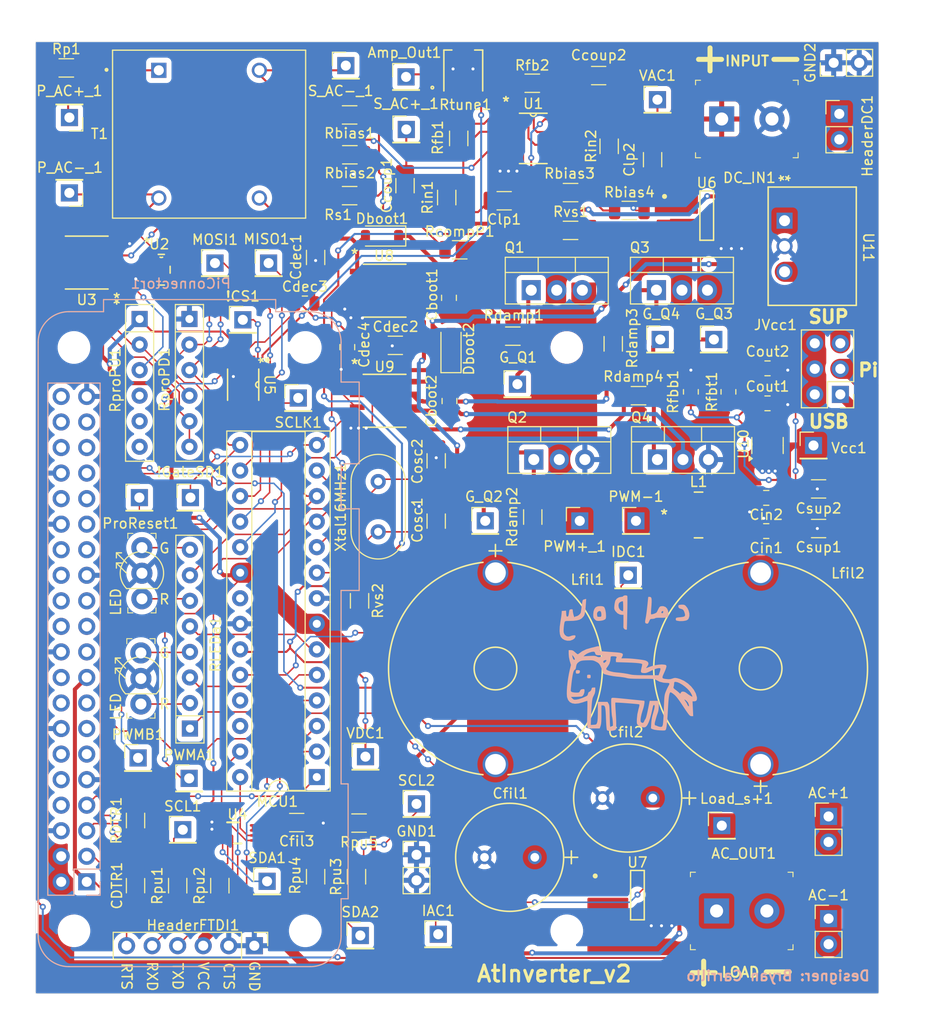
<source format=kicad_pcb>
(kicad_pcb (version 20240108) (generator "pcbnew") (generator_version "8.0")
  (title_block (rev "v1") (comment 1 "Author: Bryan Carrillo"))
  (layers (0 "F.Cu" signal "Front") (31 "B.Cu" signal "Back") (34 "B.Paste" user) (35 "F.Paste" user) (36 "B.SilkS" user "B.Silkscreen") (37 "F.SilkS" user "F.Silkscreen") (38 "B.Mask" user) (39 "F.Mask" user) (44 "Edge.Cuts" user))
  (net 0 "")
  (net 1 "/Load-")
  (net 2 "/DTR")
  (net 3 "GND")
  (net 4 "VCC")
  (net 5 "/VccTTL")
  (net 6 "/MCURXI")
  (net 7 "/MCUTXO")
  (net 8 "/!RESET")
  (net 9 "/PWMA")
  (net 10 "/Red1")
  (net 11 "/Green1")
  (net 12 "/ProReset")
  (net 13 "/Red2")
  (net 14 "/MOSI")
  (net 15 "/MISO")
  (net 16 "/SCLK")
  (net 17 "/PWMB")
  (net 18 "/Load+")
  (net 19 "/IAC")
  (net 20 "/VccPi")
  (net 21 "/IDC")
  (net 22 "Net-(LED1-A1)")
  (net 23 "Net-(LED1-A2)")
  (net 24 "Net-(LED2-A1)")
  (net 25 "Net-(LED2-A2)")
  (net 26 "/VDC")
  (net 27 "/VAC")
  (net 39 "/Green2")
  (net 40 "/!GateSD")
  (net 47 "/CompOut")
  (net 50 "/CompN")
  (net 51 "/CompP")
  (net 54 "/PWMA_HO")
  (net 55 "/PWMB_HO")
  (net 56 "/PWMA_LO")
  (net 57 "/PWMB_LO")
  (net 58 "/!CS")
  (net 59 "Net-(Amp_Out1-Pin_1)")
  (net 60 "Net-(Dboot1-K)")
  (net 61 "Net-(PWM+_1-Pin_1)")
  (net 62 "Net-(Dboot2-K)")
  (net 63 "Net-(PWM-1-Pin_1)")
  (net 64 "Net-(Ccoup1-Pad1)")
  (net 65 "Net-(S_AC+_1-Pin_1)")
  (net 66 "Net-(Ccoup2-Pad1)")
  (net 67 "Net-(Ccoup2-Pad2)")
  (net 68 "Net-(U4-EN)")
  (net 69 "Net-(Clp1-Pad2)")
  (net 70 "Net-(Clp2-Pad2)")
  (net 71 "/XTAL1")
  (net 72 "/XTAL2")
  (net 73 "/Load_s+")
  (net 74 "/SDA2")
  (net 75 "/SCL2")
  (net 76 "+3.3V")
  (net 77 "/SDA1")
  (net 78 "/SCL1")
  (net 83 "Net-(P_AC+_1-Pin_1)")
  (net 84 "Net-(Q1-D)")
  (net 85 "Net-(S_AC-_1-Pin_1)")
  (net 86 "Net-(Rbias3-Pad2)")
  (net 87 "Net-(U8-HO)")
  (net 88 "Net-(U8-LO)")
  (net 89 "Net-(U9-HO)")
  (net 90 "Net-(U9-LO)")
  (net 94 "/VccSupply")
  (net 103 "Net-(DC_IN1-Pin_1)")
  (net 104 "Net-(U10-SW)")
  (net 105 "Net-(U10-FB)")
  (net 106 "12V")
  (footprint "Connector_PinHeader_2.54mm:PinHeader_1x01_P2.54mm_Vertical" (layer "F.Cu") (at 125.3274 47.6594)
    (property "Reference" "VAC1")
    (property "Value" "Conn_01x01_Male")
  )
  (footprint "Capacitor_SMD:C_1206_3216Metric" (layer "F.Cu") (at 100.2284 56.2102 90)
    (property "Reference" "Ccoup1")
    (property "Value" "1uF")
  )
  (footprint "Resistor_SMD:R_1206_3216Metric" (layer "F.Cu") (at 94.742 53.1368 180)
    (property "Reference" "Rbias2")
    (property "Value" "10kΩ")
  )
  (footprint "Package_TO_SOT_THT:TO-220-3_Vertical" (layer "F.Cu") (at 125.222 66.5988)
    (property "Reference" "Q3")
    (property "Value" "IRFB4020PBF")
  )
  (footprint "Resistor_SMD:R_1206_3216Metric" (layer "F.Cu") (at 73.4314 119.3292 -90)
    (property "Reference" "RDTR1")
    (property "Value" "10kΩ")
  )
  (footprint "Resistor_SMD:R_1206_3216Metric" (layer "F.Cu") (at 122.5296 58.674)
    (property "Reference" "Rbias4")
    (property "Value" "10kΩ")
  )
  (footprint "Connector_PinHeader_2.54mm:PinHeader_1x01_P2.54mm_Vertical" (layer "F.Cu") (at 100.33 45.395)
    (property "Reference" "Amp_Out1")
    (property "Value" "Conn_01x01_Male")
  )
  (footprint "Atinverter_v1_footprint_lib:SO8_STM" (layer "F.Cu") (at 68.58 63.8556 180)
    (property "Reference" "U3")
    (property "Value" "LM393")
  )
  (footprint "Connector_PinHeader_2.54mm:PinHeader_1x01_P2.54mm_Vertical" (layer "F.Cu") (at 81.3308 63.9064)
    (property "Reference" "MOSI1")
    (property "Value" "Conn_01x01_Male")
  )
  (footprint "Connector_PinHeader_2.54mm:PinHeader_1x01_P2.54mm_Vertical" (layer "F.Cu") (at 125.603 71.501)
    (property "Reference" "G_Q4")
    (property "Value" "Conn_01x01_Male")
  )
  (footprint "Diode_SMD:D_SOD-123" (layer "F.Cu") (at 104.8004 72.4408 90)
    (property "Reference" "Dboot2")
    (property "Value" "BAT46")
  )
  (footprint "Atinverter_v1_footprint_lib:D8" (layer "F.Cu") (at 112.9792 51.5112)
    (property "Reference" "U1")
    (property "Value" "LM358N")
  )
  (footprint "Resistor_SMD:R_1206_3216Metric" (layer "F.Cu") (at 112.8814 46.0248 180)
    (property "Reference" "Rfb2")
    (property "Value" "100kΩ")
  )
  (footprint "Capacitor_SMD:C_1206_3216Metric" (layer "F.Cu") (at 99.2632 72.0852)
    (property "Reference" "Cdec2")
    (property "Value" "4.7uF")
  )
  (footprint "Package_DIP:DIP-28_W7.62mm_Socket" (layer "F.Cu") (at 91.4554 115.0112 180)
    (property "Reference" "MCU1")
    (property "Value" "ATmega328P-PU")
  )
  (footprint "Resistor_SMD:R_1206_3216Metric" (layer "F.Cu") (at 77.6224 125.8062 90)
    (property "Reference" "Rpu1")
    (property "Value" "4.7kΩ")
  )
  (footprint "Capacitor_SMD:C_1206_3216Metric" (layer "F.Cu") (at 73.4314 125.8062 90)
    (property "Reference" "CDTR1")
    (property "Value" "0.1uF")
  )
  (footprint "Capacitor_SMD:C_1206_3216Metric" (layer "F.Cu") (at 89.4588 119.5324 180)
    (property "Reference" "Cfil3")
    (property "Value" "0.1uF")
  )
  (footprint "Connector_PinHeader_2.54mm:PinHeader_1x01_P2.54mm_Vertical" (layer "F.Cu") (at 89.6112 77.3176)
    (property "Reference" "SCLK1")
    (property "Value" "Conn_01x01_Male")
  )
  (footprint "Resistor_SMD:R_1206_3216Metric" (layer "F.Cu") (at 116.6876 56.896)
    (property "Reference" "Rbias3")
    (property "Value" "10kΩ")
  )
  (footprint "Package_TO_SOT_THT:TO-220-3_Vertical" (layer "F.Cu") (at 112.776 66.5988)
    (property "Reference" "Q1")
    (property "Value" "IRFB4020PBF")
  )
  (footprint "Connector_PinHeader_2.54mm:PinHeader_1x01_P2.54mm_Vertical" (layer "F.Cu") (at 78.1304 120.2436)
    (property "Reference" "SCL1")
    (property "Value" "Conn_01x01_Male")
  )
  (footprint "Capacitor_SMD:C_0805_2012Metric" (layer "F.Cu") (at 94.488 72.263 -90)
    (property "Reference" "Cdec4")
    (property "Value" "1uF")
  )
  (footprint "Atinverter_v1_footprint_lib:LED_3pin_P2.54mm" (layer "F.Cu") (at 73.9648 107.7468 90)
    (property "Reference" "LED1")
    (property "Value" "LED")
  )
  (footprint "Connector_PinHeader_2.54mm:PinHeader_1x01_P2.54mm_Vertical" (layer "F.Cu") (at 78.8924 87.2236)
    (property "Reference" "!GateSD1")
    (property "Value" "Conn_01x01_Male")
  )
  (footprint "Resistor_SMD:R_1206_3216Metric" (layer "F.Cu") (at 91.3384 124.9172 90)
    (property "Reference" "Rpu4")
    (property "Value" "4.7kΩ")
  )
  (footprint "Resistor_SMD:R_1206_3216Metric" (layer "F.Cu") (at 95.4024 124.9172 90)
    (property "Reference" "Rpu3")
    (property "Value" "4.7kΩ")
  )
  (footprint "Atinverter_v1_footprint_lib:MUA08A" (layer "F.Cu") (at 84.134599 75.9968 -90)
    (property "Reference" "U5")
    (property "Value" "ADC122S021CIMM")
  )
  (footprint "Connector_PinHeader_2.54mm:PinHeader_1x01_P2.54mm_Vertical" (layer "F.Cu") (at 100.3554 50.6222)
    (property "Reference" "S_AC+_1")
    (property "Value" "Conn_01x01_Male")
  )
  (footprint "Atinverter_v1_footprint_lib:LED_3pin_P2.54mm" (layer "F.Cu") (at 74.0664 97.282 90)
    (property "Reference" "LED2")
    (property "Value" "LED")
  )
  (footprint "Resistor_SMD:R_1206_3216Metric" (layer "F.Cu") (at 112.9284 89.154 90)
    (property "Reference" "Rdamp2")
    (property "Value" "8.2Ω")
  )
  (footprint "Connector_PinHeader_2.54mm:PinHeader_1x01_P2.54mm_Vertical" (layer "F.Cu") (at 140.843 82.042)
    (property "Reference" "Vcc1")
    (property "Value" "Conn_01x01_Male")
  )
  (footprint "Package_TO_SOT_SMD:SOT-23-6" (layer "F.Cu") (at 136.271 82.042 90)
    (property "Reference" "U10")
    (property "Value" "TLV61046ADB")
  )
  (footprint "Capacitor_SMD:C_1206_3216Metric" (layer "F.Cu") (at 119.4816 45.2628 180)
    (property "Reference" "Ccoup2")
    (property "Value" "1uF")
  )
  (footprint "Atinverter_v1_footprint_lib:DBV5" (layer "F.Cu") (at 75.9968 64.5668)
    (property "Reference" "U2")
    (property "Value" "74LVC1G32")
  )
  (footprint "Resistor_SMD:R_0805_2012Metric" (layer "F.Cu") (at 132.3848 76.708 90)
    (property "Reference" "Rfbt1")
    (property "Value" "1MΩ")
  )
  (footprint "Capacitor_SMD:C_1206_3216Metric" (layer "F.Cu") (at 103.3272 83.566 90)
    (property "Reference" "Cosc2")
    (property "Value" "22pF")
  )
  (footprint "Connector_PinHeader_2.54mm:PinHeader_2x03_P2.54mm_Vertical" (layer "F.Cu") (at 143.51 76.962 180)
    (property "Reference" "JVcc1")
    (property "Value" "Conn_02x03_Odd_Even")
  )
  (footprint "Connector_PinHeader_2.54mm:PinHeader_1x01_P2.54mm_Vertical" (layer "F.Cu") (at 101.3714 117.6782)
    (property "Reference" "SCL2")
    (property "Value" "Conn_01x01_Male")
  )
  (footprint "Atinverter_v1_footprint_lib:R-78HE-0.3_SIP3_11.5X8.5X12.5_RCP" (layer "F.Cu") (at 137.966 59.69 -90)
    (property "Reference" "U11")
    (property "Value" "R-78HE5.0-0.3")
  )
  (footprint "Connector_PinHeader_2.54mm:PinHeader_1x01_P2.54mm_Vertical" (layer "F.Cu") (at 95.7834 130.7592)
    (property "Reference" "SDA2")
    (property "Value" "Conn_01x01_Male")
  )
  (footprint "Resistor_SMD:R_1206_3216Metric" (layer "F.Cu") (at 105.5662 51.5112 -90)
    (property "Reference" "Rfb1")
    (property "Value" "100kΩ")
  )
  (footprint "Crystal:Resonator-2Pin_W10.0mm_H5.0mm" (layer "F.Cu") (at 97.5614 85.6248 -90)
    (property "Reference" "Xtal16MHz1")
    (property "Value" "16MHz")
  )
  (footprint "Resistor_SMD:R_1206_3216Metric" (layer "F.Cu") (at 123.444 77.089)
    (property "Reference" "Rdamp4")
    (property "Value" "8.2Ω")
  )
  (footprint "Capacitor_SMD:C_0805_2012Metric" (layer "F.Cu") (at 136.271 74.3712)
    (property "Reference" "Cout2")
    (property "Value" "1uF")
  )
  (footprint "Connector_PinHeader_2.54mm:PinHeader_1x01_P2.54mm_Vertical" (layer "F.Cu") (at 84.0994 69.5452)
    (property "Reference" "!CS1")
    (property "Value" "Conn_01x01_Male")
  )
  (footprint "Resistor_SMD:R_1206_3216Metric" (layer "F.Cu") (at 94.7204 57.2008)
    (property "Reference" "Rs1")
    (property "Value" "100Ω")
  )
  (footprint "Resistor_THT:R_Array_SIP6" (layer "F.Cu") (at 78.7908 69.4674 -90)
    (property "Reference" "RproPD1")
    (property "Value" "R_Network05")
  )
  (footprint "Capacitor_SMD:C_0805_2012Metric" (layer "F.Cu") (at 136.271 77.851)
    (property "Reference" "Cout1")
    (property "Value" "1uF")
  )
  (footprint "Atinverter_v1_footprint_lib:PG-DSO-8-910_INF" (layer "F.Cu") (at 98.1964 66.6496)
    (property "Reference" "U8")
    (property "Value" "IR2302")
  )
  (footprint "Atinverter_v1_footprint_lib:CAP_BX_10x16_RUB" (layer "F.Cu") (at 124.8664 117.094 180)
    (property "Reference" "Cfil2")
    (property "Value" "22uF")
  )
  (footprint "Connector_PinHeader_2.54mm:PinHeader_1x01_P2.54mm_Vertical" (layer "F.Cu") (at 73.6854 113.1062)
    (property "Reference" "PWMB1")
    (property "Value" "Conn_01x01_Male")
  )
  (footprint "Resistor_SMD:R_1206_3216Metric" (layer "F.Cu") (at 120.9294 71.9328 90)
    (property "Reference" "Rdamp3")
    (property "Value" "8.2Ω")
  )
  (footprint "Capacitor_SMD:C_1206_3216Metric" (layer "F.Cu") (at 141.351 90.297 180)
    (property "Reference" "Csup1")
    (property "Value" "2.2uF")
  )
  (footprint "Capacitor_SMD:C_1206_3216Metric" (layer "F.Cu") (at 110.0874 57.7088 180)
    (property "Reference" "Clp1")
    (property "Value" "1nF")
  )
  (footprint "Atinverter_v1_footprint_lib:CAP_BX_10x16_RUB" (layer "F.Cu") (at 113.1316 122.9868 180)
    (property "Reference" "Cfil1")
    (property "Value" "22uF")
  )
  (footprint "Package_TO_SOT_THT:TO-220-3_Vertical" (layer "F.Cu") (at 113.03 83.439)
    (property "Reference" "Q2")
    (property "Value" "IRFB4020PBF")
  )
  (footprint "Capacitor_SMD:C_0805_2012Metric" (layer "F.Cu") (at 136.144 87.249 180)
    (property "Reference" "Cin2")
    (property "Value" "2.2uF")
  )
  (footprint "Resistor_THT:R_Array_SIP8" (layer "F.Cu") (at 78.8416 110.1852 90)
    (property "Reference" "RLEDa1")
    (property "Value" "R_Array")
  )
  (footprint "Connector_PinHeader_2.54mm:PinHeader_1x02_P2.54mm_Vertical" (layer "F.Cu") (at 142.3416 118.9228)
    (property "Reference" "AC+1")
    (property "Value" "Conn_01x02_Pin")
  )
  (footprint "Connector_PinHeader_2.54mm:PinHeader_1x01_P2.54mm_Vertical" (layer "F.Cu") (at 108.204 89.535)
    (property "Reference" "G_Q2")
    (property "Value" "Conn_01x01_Male")
  )
  (footprint "Diode_SMD:D_SOD-123" (layer "F.Cu") (at 97.9424 61.214 180)
    (property "Reference" "Dboot1")
    (property "Value" "BAT46")
  )
  (footprint "Connector_PinHeader_2.54mm:PinHeader_1x01_P2.54mm_Vertical" (layer "F.Cu") (at 123.19 89.535)
    (property "Reference" "PWM-1")
    (property "Value" "Conn_01x01_Male")
  )
  (footprint "Atinverter_v1_footprint_lib:TC33X-2-104E_BRN" (layer "F.Cu") (at 106.0196 44.7548)
    (property "Reference" "Rtune1")
    (property "Value" "R_Potentiometer")
  )
  (footprint "Connector_PinHeader_2.54mm:PinHeader_1x01_P2.54mm_Vertical" (layer "F.Cu") (at 122.428 94.9452)
    (property "Reference" "IDC1")
    (property "Value" "Conn_01x01_Male")
  )
  (footprint "Atinverter_v1_footprint_lib:DCU0008A_L" (layer "F.Cu") (at 83.59 120.560402)
    (property "Reference" "U4")
    (property "Value" "LSF0102DCUR")
  )
  (footprint "Atinverter_v1_footprint_lib:IND_BOURNS_SDR0403" (layer "F.Cu") (at 129.413 88.9508)
    (property "Reference" "L1")
    (property "Value" "22uH")
  )
  (footprint "Connector_PinHeader_2.54mm:PinHeader_1x01_P2.54mm_Vertical" (layer "F.Cu") (at 66.8528 56.9266 180)
    (property "Reference" "P_AC-_1")
    (property "Value" "Conn_01x01_Male")
  )
  (footprint "Capacitor_SMD:C_0805_2012Metric" (layer "F.Cu") (at 90.2716 67.9196)
    (property "Reference" "Cdec3")
    (property "Value" "0.1uF")
  )
  (footprint "Resistor_SMD:R_1206_3216Metric" (layer "F.Cu") (at 95.6564 119.5832 180)
    (property "Reference" "Rpu5")
    (property "Value" "200kΩ")
  )
  (footprint "Connector_PinHeader_2.54mm:PinHeader_1x02_P2.54mm_Vertical" (layer "F.Cu") (at 142.3416 129.0828)
    (property "Reference" "AC-1")
    (property "Value" "Conn_01x02_Pin")
  )
  (footprint "Atinverter_v1_footprint_lib:XFMR_ZMPT101B" (layer "F.Cu") (at 80.7466 51.0884)
    (property "Reference" "T1")
    (property "Value" "ZMPT101B")
  )
  (footprint "Connector_PinHeader_2.54mm:PinHeader_1x01_P2.54mm_Vertical" (layer "F.Cu") (at 111.4044 75.946)
    (property "Reference" "G_Q1")
    (property "Value" "Conn_01x01_Male")
  )
  (footprint "Resistor_SMD:R_1206_3216Metric" (layer "F.Cu") (at 94.7204 49.1744 180)
    (property "Reference" "Rbias1")
    (property "Value" "10kΩ")
  )
  (footprint "Connector_PinHeader_2.54mm:PinHeader_1x01_P2.54mm_Vertical" (layer "F.Cu") (at 94.3394 44.2722)
    (property "Reference" "S_AC-_1")
    (property "Value" "Conn_01x01_Male")
  )
  (footprint "Atinverter_v1_footprint_lib:Term_Block_1x2_P5mm" (layer "F.Cu") (at 131.7136 49.5808)
    (property "Reference" "DC_IN1")
    (property "Value" "Screw_Terminal_01x02")
  )
  (footprint "Atinverter_v1_footprint_lib:PG-DSO-8-910_INF" (layer "F.Cu") (at 98.1964 77.597)
    (property "Reference" "U9")
    (property "Value" "IR2302")
  )
  (footprint "Connector_PinHeader_2.54mm:PinHeader_1x01_P2.54mm_Vertical" (layer "F.Cu") (at 103.5304 130.6322)
    (property "Reference" "IAC1")
    (property "Value" "Conn_01x01_Male")
  )
  (footprint "Connector_PinHeader_2.54mm:PinHeader_1x01_P2.54mm_Vertical" (layer "F.Cu") (at 130.937 71.501)
    (property "Reference" "G_Q3")
    (property "Value" "Conn_01x01_Male")
  )
  (footprint "Capacitor_SMD:C_0805_2012Metric" (layer "F.Cu") (at 136.144 90.551 180)
    (property "Reference" "Cin1")
    (property "Value" "2.2uF")
  )
  (footprint "Capacitor_SMD:C_1206_3216Metric" (layer "F.Cu") (at 124.843 53.6266 -90)
    (property "Reference" "Clp2")
    (property "Value" "1nF")
  )
  (footprint "Connector_PinHeader_2.54mm:PinHeader_1x01_P2.54mm_Vertical" (layer "F.Cu") (at 86.5124 125.3744)
    (property "Reference" "SDA1")
    (property "Value" "Conn_01x01_Male")
  )
  (footprint "Atinverter_v1_footprint_lib:AIRD-02_ABR" (layer "F.Cu") (at 135.5852 113.7412 90)
    (property "Reference" "Lfil2")
    (property "Value" "220uH")
  )
  (footprint "Capacitor_SMD:C_0805_2012Metric" (layer "F.Cu") (at 104.5972 67.3608 -90)
    (property "Reference" "Cboot1")
    (property "Value" "1uF")
  )
  (footprint "Capacitor_SMD:C_1206_3216Metric" (layer "F.Cu") (at 91.3384 63.3476 -90)
    (property "Reference" "Cdec1")
    (property "Value" "4.7uF")
  )
  (footprint "Package_TO_SOT_THT:TO-220-3_Vertical" (layer "F.Cu") (at 125.3236 83.439)
    (property "Reference" "Q4")
    (property "Value" "IRFB4020PBF")
  )
  (footprint "Connector_PinHeader_2.54mm:PinHeader_1x01_P2.54mm_Vertical" (layer "F.Cu") (at 117.602 89.535)
    (property "Reference" "PWM+_1")
    (property "Value" "Conn_01x01_Male")
  )
  (footprint "Resistor_SMD:R_1206_3216Metric" (layer "F.Cu") (at 110.9472 71.1708)
    (property "Reference" "Rdamp1")
    (property "Value" "8.2Ω")
  )
  (footprint "Capacitor_SMD:C_0805_2012Metric" (layer "F.Cu") (at 104.648 77.6224 -90)
    (property "Reference" "Cboot2")
    (property "Value" "1uF")
  )
  (footprint "Resistor_SMD:R_1206_3216Metric" (layer "F.Cu") (at 66.548 44.5008 180)
    (property "Reference" "Rp1")
    (property "Value" "33kΩ")
  )
  (footprint "Atinverter_v1_footprint_lib:FTDI_USB_TTL_Header" (layer "F.Cu") (at 85.2424 131.7752 -90)
    (property "Reference" "HeaderFTDI1")
    (property "Value" "Conn_01x06_Male")
  )
  (footprint "Atinverter_v1_footprint_lib:D0008A-IPC_A" (layer "F.Cu") (at 130.228399 59.182)
    (property "Reference" "U6")
    (property "Value" "TMCS1108A4BQDR")
  )
  (footprint "Connector_PinHeader_2.54mm:PinHeader_1x02_P2.54mm_Vertical" (layer "F.Cu") (at 143.4084 49.0728)
    (property "Reference" "HeaderDC1")
    (property "Value" "Conn_01x02_Pin")
  )
  (footprint "Connector_PinHeader_2.54mm:PinHeader_1x01_P2.54mm_Vertical" (layer "F.Cu") (at 131.7244 119.8372)
    (property "Reference" "Load_s+1")
    (property "Value" "Conn_01x01_Male")
  )
  (footprint "Resistor_SMD:R_1206_3216Metric" (layer "F.Cu") (at 116.6876 60.6552 180)
    (property "Reference" "Rvs1")
    (property "Value" "120kΩ")
  )
  (footprint "Resistor_SMD:R_1206_3216Metric" (layer "F.Cu") (at 105.664 62.5856)
    (property "Reference" "RcompP1")
    (property "Value" "100kΩ")
  )
  (footprint "Connector_PinHeader_2.54mm:PinHeader_1x01_P2.54mm_Vertical" (layer "F.Cu") (at 66.8566 49.4374 180)
    (property "Reference" "P_AC+_1")
    (property "Value" "Conn_01x01_Male")
  )
  (footprint "Connector_PinHeader_2.54mm:PinHeader_1x02_P2.54mm_Vertical" (layer "F.Cu") (at 101.3696 122.7328)
    (property "Reference" "GND1")
    (property "Value" "Conn_01x02_Pin")
  )
  (footprint "Capacitor_SMD:C_1206_3216Metric" (layer "F.Cu") (at 141.351 86.36 180)
    (property "Reference" "Csup2")
    (property "Value" "2.2uF")
  )
  (footprint "Resistor_SMD:R_1206_3216Metric" (layer "F.Cu") (at 95.7072 97.4852 -90)
    (property "Reference" "Rvs2")
    (property "Value" "10kΩ")
  )
  (footprint "Connector_PinHeader_2.54mm:PinHeader_1x01_P2.54mm_Vertical" (layer "F.Cu") (at 73.8124 87.2236)
    (property "Reference" "ProReset1")
    (property "Value" "Conn_01x01_Male")
  )
  (footprint "Atinverter_v1_footprint_lib:Term_Block_1x2_P5mm" (layer "F.Cu") (at 131.2056 128.3208)
    (property "Reference" "AC_OUT1")
    (property "Value" "Screw_Terminal_01x02")
  )
  (footprint "Resistor_SMD:R_1206_3216Metric" (layer "F.Cu") (at 120.525 52.2951 90)
    (property "Reference" "Rin2")
    (property "Value" "10kΩ")
  )
  (footprint "Connector_PinHeader_2.54mm:PinHeader_1x02_P2.54mm_Vertical" (layer "F.Cu") (at 142.8496 43.9928 90)
    (property "Reference" "GND2")
    (property "Value" "Conn_01x02_Pin")
  )
  (footprint "Connector_PinHeader_2.54mm:PinHeader_1x01_P2.54mm_Vertical" (layer "F.Cu") (at 78.7654 115.1382)
    (property "Reference" "PWMA1")
    (property "Value" "Conn_01x01_Male")
  )
  (footprint "Resistor_THT:R_Array_SIP6" (layer "F.Cu") (at 73.8378 69.4674 -90)
    (property "Reference" "RproPU1")
    (property "Value" "R_Network05")
  )
  (footprint "Resistor_SMD:R_1206_3216Metric" (layer "F.Cu") (at 104.3724 57.3894 90)
    (property "Reference" "Rin1")
    (property "Value" "10kΩ")
  )
  (footprint "Connector_PinHeader_2.54mm:PinHeader_1x01_P2.54mm_Vertical" (layer "F.Cu") (at 86.6648 63.9064)
    (property "Reference" "MISO1")
    (property "Value" "Conn_01x01_Male")
  )
  (footprint "Capacitor_SMD:C_1206_3216Metric" (layer "F.Cu") (at 103.3272 89.5604 -90)
    (property "Reference" "Cosc1")
    (property "Value" "22pF")
  )
  (footprint "Resistor_SMD:R_0805_2012Metric" (layer "F.Cu") (at 128.651 76.708 -90)
    (property "Reference" "Rfbb1")
    (property "Value" "71.5kΩ")
  )
  (footprint "Resistor_SMD:R_1206_3216Metric" (layer "F.Cu") (at 81.8134 125.8062 90)
    (property "Reference" "Rpu2")
    (property "Value" "4.7kΩ")
  )
  (footprint "Atinverter_v1_footprint_lib:D0008A-IPC_A" (layer "F.Cu") (at 123.336001 126.746)
    (property "Reference" "U7")
    (property "Value" "TMCS1108A4BQDR")
  )
  (footprint "Connector_PinHeader_2.54mm:PinHeader_1x01_P2.54mm_Vertical" (layer "F.Cu") (at 96.2914 112.9792)
    (property "Reference" "VDC1")
    (property "Value" "Conn_01x01_Male")
  )
  (footprint "Atinverter_v1_footprint_lib:AIRD-02_ABR" (layer "F.Cu") (at 109.22 94.6912 -90)
    (property "Reference" "Lfil1")
    (property "Value" "220uH")
  )
  (footprint "Atinverter_v1_footprint_lib:Cal_Poly_Mustang" (layer "B.Cu") (at 122.759563 103.10021 180)
    (property "Reference" "G***" (hide yes))
    (property "Value" "LOGO" (hide yes))
  )
  (footprint "Atinverter_v1_footprint_lib:Raspberry_Pi_Zero_and_Four" (layer "B.Cu") (at 68.58 125.4252)
    (property "Reference" "PiConnector1")
    (property "Value" "Raspberry_Pi_2_3")
  )
  (gr_rect (start 63.5 41.91) (end 147.32 136.525) (stroke (width 0.0381)) (fill none) (layer "Edge.Cuts"))
  (gr_text "Designer: Bryan Carrillo" (at 137.3124 134.7724 0) (layer "B.SilkS") (effects (font (size 1 1) (thickness 0.2) (bold yes)) (justify mirror)))
  (gr_text "AtInverter_v2" (at 115.062 134.5692 0) (layer "F.SilkS") (effects (font (size 1.6 1.6) (thickness 0.3) (bold yes))))
  (gr_text "SUP" (at 142.3416 69.2404 0) (layer "F.SilkS") (effects (font (size 1.3 1.3) (thickness 0.3048) (bold yes))))
  (gr_text "LOAD" (at 133.5786 134.4168 0) (layer "F.SilkS") (effects (font (size 1 1) (thickness 0.2) (bold yes))))
  (gr_text "USB" (at 140.208 79.6544 0) (layer "F.SilkS") (effects (font (size 1.3 1.3) (thickness 0.3048)) (justify left)))
  (gr_text "Pi" (at 146.304 74.549 0) (layer "F.SilkS") (effects (font (size 1.3 1.3) (thickness 0.3048))))
  (gr_text "INPUT\n" (at 134.239 43.815 0) (layer "F.SilkS") (effects (font (size 1 1) (thickness 0.2) (bold yes))))
  (segment (start 81.788 85.8012) (end 81.7372 85.7504) (width 0.15) (layer "F.Cu") (net 1))
  (segment (start 124.46 117.0432) (end 124.8664 117.0432) (width 0.2) (layer "F.Cu") (net 1))
  (segment (start 67.0052 57.079) (end 75.3872 57.079) (width 0.2) (layer "F.Cu") (net 1))
  (segment (start 66.04 59.436) (end 73.749 59.436) (width 0.2) (layer "F.Cu") (net 1))
  (segment (start 66.8528 56.9266) (end 67.0052 57.079) (width 0.2) (layer "F.Cu") (net 1))
  (segment (start 75.3872 57.079) (end 75.7466 57.4384) (width 0.2) (layer "F.Cu") (net 1))
  (segment (start 89.8144 106.1212) (end 98.7044 106.1212) (width 0.2) (layer "F.Cu") (net 1))
  (segment (start 118.2624 110.9472) (end 118.364 110.9472) (width 0.2) (layer "F.Cu") (net 1))
  (segment (start 73.749 59.436) (end 75.7466 57.4384) (width 0.2) (layer "F.Cu") (net 1))
  (segment (start 66.0654 74.8792) (end 64.3636 73.1774) (width 0.2) (layer "F.Cu") (net 1))
  (segment (start 64.3636 73.1774) (end 64.3636 61.1124) (width 0.2) (layer "F.Cu") (net 1))
  (segment (start 118.364 110.9472) (end 124.46 117.0432) (width 0.2) (layer "F.Cu") (net 1))
  (segment (start 70.5104 81.4832) (end 70.5104 75.438) (width 0.15) (layer "F.Cu") (net 1))
  (segment (start 64.3636 61.1124) (end 66.04 59.436) (width 0.2) (layer "F.Cu") (net 1))
  (segment (start 70.5104 75.438) (end 69.9516 74.8792) (width 0.2) (layer "F.Cu") (net 1))
  (segment (start 73.3044 84.2772) (end 70.5104 81.4832) (width 0.15) (layer "F.Cu") (net 1))
  (segment (start 98.7044 106.1212) (end 102.5144 109.9312) (width 0.2) (layer "F.Cu") (net 1))
  (segment (start 69.9516 74.8792) (end 66.0654 74.8792) (width 0.2) (layer "F.Cu") (net 1))
  (segment (start 85.2932 85.8012) (end 81.788 85.8012) (width 0.15) (layer "F.Cu") (net 1))
  (segment (start 74.8284 84.2772) (end 73.3044 84.2772) (width 0.15) (layer "F.Cu") (net 1))
  (via (at 85.2932 85.8012) (size 0.6) (drill 0.3) (layers "F.Cu" "B.Cu") (net 1))
  (via (at 118.2624 110.9472) (size 0.6) (drill 0.3) (layers "F.Cu" "B.Cu") (net 1))
  (via (at 81.7372 85.7504) (size 0.6) (drill 0.3) (layers "F.Cu" "B.Cu") (net 1))
  (via (at 89.8144 106.1212) (size 0.6) (drill 0.3) (layers "F.Cu" "B.Cu") (net 1))
  (via (at 74.8284 84.2772) (size 0.6) (drill 0.3) (layers "F.Cu" "B.Cu") (net 1))
  (via (at 102.5144 109.9312) (size 0.6) (drill 0.3) (layers "F.Cu" "B.Cu") (net 1))
  (segment (start 88.1888 104.4956) (end 89.8144 106.1212) (width 0.15) (layer "B.Cu") (net 1))
  (segment (start 81.7372 85.7504) (end 80.8228 84.836) (width 0.15) (layer "B.Cu") (net 1))
  (segment (start 85.2932 85.8012) (end 87.1728 85.8012) (width 0.15) (layer "B.Cu") (net 1))
  (segment (start 75.3872 84.836) (end 74.8284 84.2772) (width 0.15) (layer "B.Cu") (net 1))
  (segment (start 87.1728 85.8012) (end 88.1888 86.8172) (width 0.15) (layer "B.Cu") (net 1))
  (segment (start 88.1888 86.8172) (end 88.1888 104.4956) (width 0.15) (layer "B.Cu") (net 1))
  (segment (start 117.2464 109.9312) (end 118.2624 110.9472) (width 0.2) (layer "B.Cu") (net 1))
  (segment (start 102.5144 109.9312) (end 117.2464 109.9312) (width 0.2) (layer "B.Cu") (net 1))
  (segment (start 80.8228 84.836) (end 75.3872 84.836) (width 0.15) (layer "B.Cu") (net 1))
  (segment (start 72.5424 128.1702) (end 72.5424 131.7752) (width 0.15) (layer "F.Cu") (net 2))
  (segment (start 73.4314 127.2812) (end 72.5424 128.1702) (width 0.15) (layer "F.Cu") (net 2))
  (segment (start 123.19 58.674) (end 123.9921 58.674) (width 0.15) (layer "F.Cu") (net 3))
  (segment (start 122.936 58.42) (end 123.19 58.674) (width 0.15) (layer "F.Cu") (net 3))
  (segment (start 141.224 86.36) (end 139.876 86.36) (width 0.2) (layer "F.Cu") (net 3))
  (segment (start 73.4568 65.4812) (end 74.767399 65.4812) (width 0.15) (layer "F.Cu") (net 3))
  (segment (start 74.767399 65.4812) (end 74.803 65.516801) (width 0.15) (layer "F.Cu") (net 3))
  (segment (start 95.5548 79.502) (end 95.47225 79.502) (width 0.2) (layer "F.Cu") (net 3))
  (segment (start 136.271 83.1795) (end 136.271 84.455) (width 0.2) (layer "F.Cu") (net 3))
  (segment (start 111.3536 54.7624) (end 111.3536 54.2544) (width 0.2) (layer "F.Cu") (net 3))
  (segment (start 103.3272 83.2612) (end 103.3272 82.091) (width 0.2) (layer "F.Cu") (net 3))
  (segment (start 105.0036 44.2214) (end 106.0196 43.2054) (width 0.2) (layer "F.Cu") (net 3))
  (segment (start 138.1058 74.3712) (end 138.2836 74.549) (width 0.2) (layer "F.Cu") (net 3))
  (segment (start 95.7072 98.9477) (end 94.1979 98.9477) (width 0.15) (layer "F.Cu") (net 3))
  (segment (start 91.2216 67.9196) (end 91.1962 67.8942) (width 0.2) (layer "F.Cu") (net 3))
  (segment (start 91.1962 64.9648) (end 91.3384 64.8226) (width 0.2) (layer "F.Cu") (net 3))
  (segment (start 103.3272 88.0854) (end 101.6272 88.0854) (width 0.2) (layer "F.Cu") (net 3))
  (segment (start 94.8436 69.18325) (end 95.47225 68.5546) (width 0.2) (layer "F.Cu") (net 3))
  (segment (start 136.144 84.201) (end 135.763 84.582) (width 0.2) (layer "F.Cu") (net 3))
  (segment (start 81.026 120.142) (end 81.026 120.1928) (width 0.15) (layer "F.Cu") (net 3))
  (segment (start 128.651 75.7955) (end 128.651 74.549) (width 0.2) (layer "F.Cu") (net 3))
  (segment (start 106.9848 44.6024) (end 106.9848 44.1706) (width 0.2) (layer "F.Cu") (net 3))
  (segment (start 83.809598 74.6355) (end 83.809598 73.7997) (width 0.15) (layer "F.Cu") (net 3))
  (segment (start 132.6604 62.447196) (end 132.678802 62.465598) (width 0.2) (layer "F.Cu") (net 3))
  (segment (start 125.711598 129.775598) (end 125.73 129.794) (width 0.2) (layer "F.Cu") (net 3))
  (segment (start 137.221 74.3712) (end 138.1058 74.3712) (width 0.2) (layer "F.Cu") (net 3))
  (segment (start 136.271 83.1795) (end 136.271 83.566) (width 0.2) (layer "F.Cu") (net 3))
  (segment (start 138.1566 77.851) (end 138.2836 77.978) (width 0.2) (layer "F.Cu") (net 3))
  (segment (start 95.47225 79.68615) (end 95.47225 79.502) (width 0.2) (layer "F.Cu") (net 3))
  (segment (start 83.261098 75.184) (end 83.809598 74.6355) (width 0.15) (layer "F.Cu") (net 3))
  (segment (start 96.3676 80.3148) (end 95.5548 79.502) (width 0.2) (layer "F.Cu") (net 3))
  (segment (start 135.194 89.977) (end 135.194 90.551) (width 0.2) (layer "F.Cu") (net 3))
  (segment (start 109.6772 54.7624) (end 109.6772 54.2544) (width 0.2) (layer "F.Cu") (net 3))
  (segment (start 94.234 68.4784) (end 94.3102 68.5546) (width 0.2) (layer "F.Cu") (net 3))
  (segment (start 136.271 83.566) (end 136.144 83.693) (width 0.2) (layer "F.Cu") (net 3))
  (segment (start 94.488 73.8632) (end 93.8784 74.4728) (width 0.2) (layer "F.Cu") (net 3))
  (segment (start 94.1979 98.9477) (end 92.4814 97.2312) (width 0.15) (layer "F.Cu") (net 3))
  (segment (start 132.6604 61.431196) (end 133.694802 62.465598) (width 0.2) (layer "F.Cu") (net 3))
  (segment (start 136.144 83.693) (end 136.144 84.201) (width 0.2) (layer "F.Cu") (net 3))
  (segment (start 110.5154 54.7624) (end 110.5154 53.4162) (width 0.2) (layer "F.Cu") (net 3))
  (segment (start 134.493 88.646) (end 135.194 87.945) (width 0.2) (layer "F.Cu") (net 3))
  (segment (start 92.4814 97.2312) (end 91.4554 97.2312) (width 0.15) (layer "F.Cu") (net 3))
  (segment (start 92.1004 119.5832) (end 90.9084 119.5832) (width 0.15) (layer "F.Cu") (net 3))
  (segment (start 94.3102 68.5546) (end 95.47225 68.5546) (width 0.2) (layer "F.Cu") (net 3))
  (segment (start 94.8436 80.3148) (end 95.47225 79.68615) (width 0.2) (layer "F.Cu") (net 3))
  (segment (start 100.6874 72.136) (end 100.7382 72.0852) (width 0.2) (layer "F.Cu") (net 3))
  (segment (start 135.194 87.945) (end 135.194 87.249) (width 0.2) (layer "F.Cu") (net 3))
  (segment (start 95.6056 80.3148) (end 95.6056 79.5528) (width 0.2) (layer "F.Cu") (net 3))
  (segment (start 94.8436 69.342) (end 94.8436 69.18325) (width 0.2) (layer "F.Cu") (net 3))
  (segment (start 82.09 119.810401) (end 81.357599 119.810401) (width 0.127) (layer "F.Cu") (net 3))
  (segment (start 94.488 73.213) (end 94.488 73.8632) (width 0.2) (layer "F.Cu") (net 3))
  (segment (start 132.6604 61.468) (end 131.662802 62.465598) (width 0.2) (layer "F.Cu") (net 3))
  (segment (start 132.6604 61.315798) (end 132.6604 62.447196) (width 0.2) (layer "F.Cu") (net 3))
  (segment (start 136.271 84.455) (end 136.398 84.582) (width 0.2) (layer "F.Cu") (net 3))
  (segment (start 105.0036 44.6024) (end 105.0036 44.2214) (width 0.2) (layer "F.Cu") (net 3))
  (segment (start 136.271 83.1795) (end 136.271 83.82) (width 0.2) (layer "F.Cu") (net 3))
  (segment (start 81.028798 119.4816) (end 81.357599 119.810401) (width 0.15) (layer "F.Cu") (net 3))
  (segment (start 141.224 90.297) (end 139.876 90.297) (width 0.2) (layer "F.Cu") (net 3))
  (segment (start 136.271 83.82) (end 137.033 84.582) (width 0.2) (layer "F.Cu") (net 3))
  (segment (start 125.711598 128.759598) (end 126.746 129.794) (width 0.2) (layer "F.Cu") (net 3))
  (segment (start 137.221 77.851) (end 138.1566 77.851) (width 0.2) (layer "F.Cu") (net 3))
  (segment (start 81.026 119.4816) (end 81.028798 119.4816) (width 0.15) (layer "F.Cu") (net 3))
  (segment (start 125.711598 128.796402) (end 124.714 129.794) (width 0.2) (layer "F.Cu") (net 3))
  (segment (start 106.9848 44.1706) (end 106.0196 43.2054) (width 0.2) (layer "F.Cu") (net 3))
  (segment (start 95.0976 54.2437) (end 96.2045 53.1368) (width 0.15) (layer "F.Cu") (net 3))
  (segment (start 71.30415 61.9506) (end 72.8218 61.9506) (width 0.15) (layer "F.Cu") (net 3))
  (segment (start 72.8218 61.9506) (end 72.8472 61.976) (width 0.15) (layer "F.Cu") (net 3))
  (segment (start 111.3536 54.2544) (end 110.5154 53.4162) (width 0.2) (layer "F.Cu") (net 3))
  (segment (start 95.9896 69.3644) (end 95.47225 68.84705) (width 0.2) (layer "F.Cu") (net 3))
  (segment (start 81.357599 119.810401) (end 81.026 120.142) (width 0.15) (layer "F.Cu") (net 3))
  (segment (start 101.6272 88.0854) (end 101.6254 88.0872) (width 0.2) (layer "F.Cu") (net 3))
  (segment (start 91.3384 63.6524) (end 91.3384 64.8226) (width 0.2) (layer "F.Cu") (net 3))
  (segment (start 125.711598 128.6442) (end 125.711598 129.775598) (width 0.2) (layer "F.Cu") (net 3))
  (segment (start 83.1596 75.184) (end 83.261098 75.184) (width 0.15) (layer "F.Cu") (net 3))
  (segment (start 91.1962 67.8942) (end 91.1962 64.9648) (width 0.2) (layer "F.Cu") (net 3))
  (segment (start 95.47225 68.84705) (end 95.47225 68.5546) (width 0.2) (layer "F.Cu") (net 3))
  (segment (start 95.0976 55.0672) (end 95.0976 54.2437) (width 0.15) (layer "F.Cu") (net 3))
  (segment (start 98.9584 72.136) (end 100.6874 72.136) (width 0.2) (layer "F.Cu") (net 3))
  (segment (start 109.6772 54.2544) (end 110.5154 53.4162) (width 0.2) (layer "F.Cu") (net 3))
  (segment (start 135.89 89.281) (end 135.194 89.977) (width 0.2) (layer "F.Cu") (net 3))
  (via (at 135.89 89.281) (size 0.6) (drill 0.3) (layers "F.Cu" "B.Cu") (net 3))
  (via (at 94.8436 69.342) (size 0.6) (drill 0.3) (layers "F.Cu" "B.Cu") (net 3))
  (via (at 103.3272 83.2612) (size 0.6) (drill 0.3) (layers "F.Cu" "B.Cu") (net 3))
  (via (at 92.1004 119.5832) (size 0.6) (drill 0.3) (layers "F.Cu" "B.Cu") (net 3))
  (via (at 98.9584 72.136) (size 0.6) (drill 0.3) (layers "F.Cu" "B.Cu") (net 3))
  (via (at 91.3384 63.6524) (size 0.6) (drill 0.3) (layers "F.Cu" "B.Cu") (net 3))
  (via (at 109.6772 54.7624) (size 0.6) (drill 0.3) (layers "F.Cu" "B.Cu") (net 3))
  (via (at 105.0036 44.6024) (size 0.6) (drill 0.3) (layers "F.Cu" "B.Cu") (net 3))
  (via (at 126.746 129.794) (size 0.6) (drill 0.3) (layers "F.Cu" "B.Cu") (net 3))
  (via (at 110.5154 54.7624) (size 0.6) (drill 0.3) (layers "F.Cu" "B.Cu") (net 3))
  (via (at 141.224 90.297) (size 0.6) (drill 0.3) (layers "F.Cu" "B.Cu") (net 3))
  (via (at 133.694802 62.465598) (size 0.6) (drill 0.3) (layers "F.Cu" "B.Cu") (net 3))
  (via (at 106.9848 44.6024) (size 0.6) (drill 0.3) (layers "F.Cu" "B.Cu") (net 3))
  (via (at 94.8436 80.3148) (size 0.6) (drill 0.3) (layers "F.Cu" "B.Cu") (net 3))
  (via (at 141.224 86.36) (size 0.6) (drill 0.3) (layers "F.Cu" "B.Cu") (net 3))
  (via (at 96.3676 80.3148) (size 0.6) (drill 0.3) (layers "F.Cu" "B.Cu") (net 3))
  (via (at 132.678802 62.465598) (size 0.6) (drill 0.3) (layers "F.Cu" "B.Cu") (net 3))
  (via (at 81.026 120.1928) (size 0.6) (drill 0.3) (layers "F.Cu" "B.Cu") (net 3))
  (via (at 111.3536 54.7624) (size 0.6) (drill 0.3) (layers "F.Cu" "B.Cu") (net 3))
  (via (at 138.2836 77.978) (size 0.6) (drill 0.3) (layers "F.Cu" "B.Cu") (net 3))
  (via (at 93.8784 74.4728) (size 0.6) (drill 0.3) (layers "F.Cu" "B.Cu") (net 3))
  (via (at 94.234 68.4784) (size 0.6) (drill 0.3) (layers "F.Cu" "B.Cu") (net 3))
  (via (at 73.4568 65.4812) (size 0.6) (drill 0.3) (layers "F.Cu" "B.Cu") (net 3))
  (via (at 135.763 84.582) (size 0.6) (drill 0.3) (layers "F.Cu" "B.Cu") (net 3))
  (via (at 122.936 58.42) (size 0.6) (drill 0.3) (layers "F.Cu" "B.Cu") (net 3))
  (via (at 125.73 129.794) (size 0.6) (drill 0.3) (layers "F.Cu" "B.Cu") (net 3))
  (via (at 95.9896 69.3644) (size 0.6) (drill 0.3) (layers "F.Cu" "B.Cu") (net 3))
  (via (at 134.493 88.646) (size 0.6) (drill 0.3) (layers "F.Cu" "B.Cu") (net 3))
  (via (at 81.026 119.4816) (size 0.6) (drill 0.3) (layers "F.Cu" "B.Cu") (net 3))
  (via (at 128.651 74.549) (size 0.6) (drill 0.3) (layers "F.Cu" "B.Cu") (net 3))
  (via (at 138.2836 74.549) (size 0.6) (drill 0.3) (layers "F.Cu" "B.Cu") (net 3))
  (via (at 72.8472 61.976) (size 0.6) (drill 0.3) (layers "F.Cu" "B.Cu") (net 3))
  (via (at 137.033 84.582) (size 0.6) (drill 0.3) (layers "F.Cu" "B.Cu") (net 3))
  (via (at 136.398 84.582) (size 0.6) (drill 0.3) (layers "F.Cu" "B.Cu") (net 3))
  (via (at 131.662802 62.465598) (size 0.6) (drill 0.3) (layers "F.Cu" "B.Cu") (net 3))
  (via (at 95.6056 80.3148) (size 0.6) (drill 0.3) (layers "F.Cu" "B.Cu") (net 3))
  (via (at 101.6254 88.0872) (size 0.6) (drill 0.3) (layers "F.Cu" "B.Cu") (net 3))
  (via (at 95.0976 55.0672) (size 0.6) (drill 0.3) (layers "F.Cu" "B.Cu") (net 3))
  (via (at 124.714 129.794) (size 0.6) (drill 0.3) (layers "F.Cu" "B.Cu") (net 3))
  (via (at 83.1596 75.184) (size 0.6) (drill 0.3) (layers "F.Cu" "B.Cu") (net 3))
  (segment (start 80.6704 117.8052) (end 73.4929 117.8052) (width 0.2) (layer "F.Cu") (net 4))
  (segment (start 73.8378 69.4674) (end 75.084 70.7136) (width 0.2) (layer "F.Cu") (net 4))
  (segment (start 105.5624 103.7082) (end 105.5624 108.88445) (width 0.4) (layer "F.Cu") (net 4))
  (segment (start 84.4596 72.6394) (end 84.4596 73.7997) (width 0.15) (layer "F.Cu") (net 4))
  (segment (start 72.1868 75.8444) (end 70.866 74.5236) (width 0.4) (layer "F.Cu") (net 4))
  (segment (start 81.1784 113.6396) (end 81.1784 117.2972) (width 0.2) (layer "F.Cu") (net 4))
  (segment (start 142.826 90.297) (end 142.826 100.125) (width 2) (layer "F.Cu") (net 4))
  (segment (start 135.321 80.9045) (end 135.321 81.566999) (width 0.6) (layer "F.Cu") (net 4))
  (segment (start 97.1189 117.32795) (end 97.1189 119.5832) (width 0.4) (layer "F.Cu") (net 4))
  (segment (start 105.5624 108.88445) (end 97.1189 117.32795) (width 0.4) (layer "F.Cu") (net 4))
  (segment (start 126.673112 124.841) (end 127.508 125.675888) (width 0.4) (layer "F.Cu") (net 4))
  (segment (start 84.9884 94.6912) (end 90.0684 99.7712) (width 2) (layer "F.Cu") (net 4))
  (segment (start 132.641998 57.277) (end 133.731 57.277) (width 0.4) (layer "F.Cu") (net 4))
  (segment (start 81.1784 117.2972) (end 80.6704 117.8052) (width 0.2) (layer "F.Cu") (net 4))
  (segment (start 65.90665 65.7606) (end 65.85585 65.7606) (width 0.4) (layer "F.Cu") (net 4))
  (segment (start 89.3216 68.7172) (end 86.2838 71.755) (width 0.15) (layer "F.Cu") (net 4))
  (segment (start 112.776 53.4416) (end 112.776 56.0015) (width 0.2) (layer "F.Cu") (net 4))
  (segment (start 70.5612 61.0108) (end 73.7108 61.0108) (width 0.15) (layer "F.Cu") (net 4))
  (segment (start 81.8134 94.5642) (end 82.1944 94.9452) (width 0.4) (layer "F.Cu") (net 4))
  (segment (start 102.2096 59.1058) (end 103.0986 59.9948) (width 0.4) (layer "F.Cu") (net 4))
  (segment (start 112.9391 59.9948) (end 115.2251 57.7088) (width 0.4) (layer "F.Cu") (net 4))
  (segment (start 89.8144 67.9196) (end 89.3216 67.9196) (width 0.2) (layer "F.Cu") (net 4))
  (segment (start 140.843 82.042) (end 138.811 82.042) (width 0.6) (layer "F.Cu") (net 4))
  (segment (start 76.316799 63.616799) (end 77.1906 63.616799) (width 0.15) (layer "F.Cu") (net 4))
  (segment (start 77.0128 88.3412) (end 77.0128 76.8604) (width 0.4) (layer "F.Cu") (net 4))
  (segment (start 134.9464 64.8424) (end 140.97 70.866) (width 0.4) (layer "F.Cu") (net 4))
  (segment (start 116.912327 58.583227) (end 115.2251 56.896) (width 0.4) (layer "F.Cu") (net 4))
  (segment (start 81.1784 97.9932) (end 83.8354 95.3362) (width 0.15) (layer "F.Cu") (net 4))
  (segment (start 138.303 82.55) (end 138.303 86.04) (width 0.6) (layer "F.Cu") (net 4))
  (segment (start 97.6376 54.8894) (end 97.6376 50.6291) (width 0.2) (layer "F.Cu") (net 4))
  (segment (start 133.731 57.277) (end 134.9464 58.4924) (width 0.4) (layer "F.Cu") (net 4))
  (segment (start 114.1222 49.6062) (end 115.443 49.6062) (width 0.2) (layer "F.Cu") (net 4))
  (segment (start 142.826 90.297) (end 142.826 86.36) (width 2) (layer "F.Cu") (net 4))
  (segment (start 77.0128 76.8604) (end 75.9968 75.8444) (width 0.4) (layer "F.Cu") (net 4))
  (segment (start 97.1189 124.6632) (end 97.1189 119.5832) (width 0.4) (layer "F.Cu") (net 4))
  (segment (start 113.6396 50.0888) (end 114.1222 49.6062) (width 0.2) (layer "F.Cu") (net 4))
  (segment (start 75.9968 75.8444) (end 72.1868 75.8444) (width 0.4) (layer "F.Cu") (net 4))
  (segment (start 132.641998 57.277) (end 130.302 57.277) (width 0.4) (layer "F.Cu") (net 4))
  (segment (start 81.1784 99.6442) (end 81.1784 97.9932) (width 0.15) (layer "F.Cu") (net 4))
  (segment (start 70.104 73.152) (end 70.104 71.7296) (width 0.4) (layer "F.Cu") (net 4))
  (segment (start 97.6376 50.6291) (end 96.1829 49.1744) (width 0.2) (layer "F.Cu") (net 4))
  (segment (start 125.7496 124.841) (end 126.673112 124.841) (width 0.4) (layer "F.Cu") (net 4))
  (segment (start 112.8078 132.5372) (end 101.3714 132.5372) (width 0.4) (layer "F.Cu") (net 4))
  (segment (start 90.0684 99.7712) (end 91.4554 99.7712) (width 2) (layer "F.Cu") (net 4))
  (segment (start 130.302 57.277) (end 130.2766 57.2516) (width 0.4) (layer "F.Cu") (net 4))
  (segment (start 101.3714 132.5372) (end 95.4024 126.5682) (width 0.4) (layer "F.Cu") (net 4))
  (segment (start 98.4758 59.1058) (end 102.2096 59.1058) (width 0.4) (layer "F.Cu") (net 4))
  (segment (start 138.811 82.042) (end 138.303 82.55) (width 0.6) (layer "F.Cu") (net 4))
  (segment (start 112.8776 132.4674) (end 112.8078 132.5372) (width 0.4) (layer "F.Cu") (net 4))
  (segment (start 98.0694 55.3212) (end 97.6376 54.8894) (width 0.2) (layer "F.Cu") (net 4))
  (segment (start 113.6705 56.896) (end 115.2251 56.896) (width 0.2) (layer "F.Cu") (net 4))
  (segment (start 137.221 81.521) (end 137.221 80.9045) (width 0.6) (layer "F.Cu") (net 4))
  (segment (start 67.818 69.4436) (end 67.818 67.67195) (width 0.4) (layer "F.Cu") (net 4))
  (segment (start 112.776 56.0015) (end 113.6705 56.896) (width 0.2) (layer "F.Cu") (net 4))
  (segment (start 136.7 82.042) (end 137.221 81.521) (width 0.6) (layer "F.Cu") (net 4))
  (segment (start 70.104 71.7296) (end 67.818 69.4436) (width 0.4) (layer "F.Cu") (net 4))
  (segment (start 73.7108 61.0108) (end 76.316799 63.616799) (width 0.15) (layer "F.Cu") (net 4))
  (segment (start 70.866 74.5236) (end 70.866 73.914) (width 0.4) (layer "F.Cu") (net 4))
  (segment (start 142.826 100.125) (end 140.5128 102.4382) (width 2) (layer "F.Cu") (net 4))
  (segment (start 65.85585 65.7606) (end 66.0376 65.7606) (width 0.15) (layer "F.Cu") (net 4))
  (segment (start 73.4929 117.8052) (end 73.4314 117.8667) (width 0.2) (layer "F.Cu") (net 4))
  (segment (start 85.344 71.755) (end 84.4596 72.6394) (width 0.15) (layer "F.Cu") (net 4))
  (segment (start 106.8324 102.4382) (end 105.5624 103.7082) (width 0.4) (layer "F.Cu") (net 4))
  (segment (start 83.8354 94.6912) (end 84.9884 94.6912) (width 2) (layer "F.Cu") (net 4))
  (segment (start 138.303 86.04) (end 137.094 87.249) (width 0.6) (layer "F.Cu") (net 4))
  (segment (start 91.2368 69.342) (end 89.8144 67.9196) (width 0.2) (layer "F.Cu") (net 4))
  (segment (start 140.5128 102.4382) (end 106.8324 102.4382) (width 2) (layer "F.Cu") (net 4))
  (segment (start 94.30759 102.4382) (end 91.64059 99.7712) (width 2) (layer "F.Cu") (net 4))
  (segment (start 75.084 70.7136) (end 82.091898 70.7136) (width 0.2) (layer "F.Cu") (net 4))
  (segment (start 84.4596 73.081302) (end 84.4596 73.7997) (width 0.2) (layer "F.Cu") (net 4))
  (segment (start 83.5814 94.9452) (end 83.8354 94.6912) (width 0.4) (layer "F.Cu") (net 4))
  (segment (start 95.4024 126.3797) (end 91.3384 126.3797) (width 0.2) (layer "F.Cu") (net 4))
  (segment (start 83.8354 95.3362) (end 83.8354 94.6912) (width 0.15) (layer "F.Cu") (net 4))
  (segment (start 67.818 63.754) (end 70.5612 61.0108) (width 0.15) (layer "F.Cu") (net 4))
  (segment (start 67.818 67.67195) (end 65.90665 65.7606) (width 0.4) (layer "F.Cu") (net 4))
  (segment (start 91.64059 99.7712) (end 91.4554 99.7712) (width 2) (layer "F.Cu") (net 4))
  (segment (start 89.3216 67.9196) (end 89.3216 68.7172) (width 0.15) (layer "F.Cu") (net 4))
  (segment (start 82.1944 94.9452) (end 83.5814 94.9452) (width 0.4) (layer "F.Cu") (net 4))
  (segment (start 98.4758 59.1058) (end 98.044 58.674) (width 0.2) (layer "F.Cu") (net 4))
  (segment (start 106.8324 102.4382) (end 94.30759 102.4382) (width 2) (layer "F.Cu") (net 4))
  (segment (start 127.508 125.675888) (end 127.508 130.556) (width 0.4) (layer "F.Cu") (net 4))
  (segment (start 138.3585 82.042) (end 137.221 80.9045) (width 0.6) (layer "F.Cu") (net 4))
  (segment (start 91.3384 69.342) (end 91.2368 69.342) (width 0.2) (layer "F.Cu") (net 4))
  (segment (start 115.2251 57.7088) (end 115.2251 56.896) (width 0.2) (layer "F.Cu") (net 4))
  (segment (start 67.818 67.67195) (end 67.818 63.754) (width 0.15) (layer "F.Cu") (net 4))
  (segment (start 93.6244 69.9516) (end 94.488 70.8152) (width 0.2) (layer "F.Cu") (net 4))
  (segment (start 77.9018 89.2302) (end 77.0128 88.3412) (width 0.4) (layer "F.Cu") (net 4))
  (segment (start 79.7814 89.2302) (end 77.9018 89.2302) (width 0.4) (layer "F.Cu") (net 4))
  (segment (start 140.97 70.866) (end 140.97 71.882) (width 0.4) (layer "F.Cu") (net 4))
  (segment (start 94.488 70.8152) (end 94.488 71.313) (width 0.2) (layer "F.Cu") (net 4))
  (segment (start 138.811 82.042) (end 138.3585 82.042) (width 0.6) (layer "F.Cu") (net 4))
  (segment (start 70.866 73.914) (end 70.104 73.152) (width 0.4) (layer "F.Cu") (net 4))
  (segment (start 135.321 81.566999) (end 135.796001 82.042) (width 0.6) (layer "F.Cu") (net 4))
  (segment (start 95.4024 126.5682) (end 95.4024 126.3797) (width 0.4) (layer "F.Cu") (net 4))
  (segment (start 95.4024 126.3797) (end 97.1189 124.6632) (width 0.4) (layer "F.Cu") (net 4))
  (segment (start 134.9464 58.4924) (end 134.9464 64.8424) (width 0.4) (layer "F.Cu") (net 4))
  (segment (start 118.4656 58.583227) (end 116.912327 58.583227) (width 0.4) (layer "F.Cu") (net 4))
  (segment (start 98.044 58.674) (end 98.044 57.7596) (width 0.2) (layer "F.Cu") (net 4))
  (segment (start 103.0986 59.9948) (end 112.9391 59.9948) (width 0.4) (layer "F.Cu") (net 4))
  (segment (start 82.091898 70.7136) (end 84.4596 73.081302) (width 0.2) (layer "F.Cu") (net 4))
  (segment (start 86.2838 71.755) (end 85.344 71.755) (width 0.15) (layer "F.Cu") (net 4))
  (segment (start 135.796001 82.042) (end 136.7 82.042) (width 0.6) (layer "F.Cu") (net 4))
  (via (at 112.776 53.4416) (size 0.6) (drill 0.3) (layers "F.Cu" "B.Cu") (net 4))
  (via (at 70.866 73.914) (size 0.6) (drill 0.3) (layers "F.Cu" "B.Cu") (net 4))
  (via (at 81.8134 94.5642) (size 0.6) (drill 0.3) (layers "F.Cu" "B.Cu") (net 4))
  (via (at 130.2766 57.2516) (size 0.6) (drill 0.3) (layers "F.Cu" "B.Cu") (net 4))
  (via (at 91.3384 69.342) (size 0.6) (drill 0.3) (layers "F.Cu" "B.Cu") (net 4))
  (via (at 98.044 57.7596) (size 0.6) (drill 0.3) (layers "F.Cu" "B.Cu") (net 4))
  (via (at 81.1784 99.6442) (size 0.6) (drill 0.3) (layers "F.Cu" "B.Cu") (net 4))
  (via (at 112.8776 132.4674) (size 0.6) (drill 0.3) (layers "F.Cu" "B.Cu") (net 4))
  (via (at 127.508 130.556) (size 0.6) (drill 0.3) (layers "F.Cu" "B.Cu") (net 4))
  (via (at 81.1784 113.6396) (size 0.6) (drill 0.3) (layers "F.Cu" "B.Cu") (net 4))
  (via (at 93.6244 69.9516) (size 0.6) (drill 0.3) (layers "F.Cu" "B.Cu") (net 4))
  (via (at 113.6396 50.0888) (size 0.6) (drill 0.3) (layers "F.Cu" "B.Cu") (net 4))
  (via (at 79.7814 89.2302) (size 0.6) (drill 0.3) (layers "F.Cu" "B.Cu") (net 4))
  (via (at 118.4656 58.583227) (size 0.6) (drill 0.3) (layers "F.Cu" "B.Cu") (net 4))
  (via (at 98.0694 55.3212) (size 0.6) (drill 0.3) (layers "F.Cu" "B.Cu") (net 4))
  (segment (start 81.1784 99.6442) (end 81.1784 113.6396) (width 0.2) (layer "B.Cu") (net 4))
  (segment (start 93.0148 69.342) (end 91.3384 69.342) (width 0.2) (layer "B.Cu") (net 4))
  (segment (start 81.8134 91.2622) (end 81.8134 94.5642) (width 0.4) (layer "B.Cu") (net 4))
  (segment (start 70.866 72.4392) (end 73.8378 69.4674) (width 0.4) (layer "B.Cu") (net 4))
  (segment (start 98.0694 55.3212) (end 98.044 55.3466) (width 0.2) (layer "B.Cu") (net 4))
  (segment (start 112.8776 132.4674) (end 112.9474 132.5372) (width 0.4) (layer "B.Cu") (net 4))
  (segment (start 70.866 73.914) (end 70.866 72.4392) (width 0.4) (layer "B.Cu") (net 4))
  (segment (start 118.4656 58.583227) (end 118.929373 59.047) (width 0.4) (layer "B.Cu") (net 4))
  (segment (start 112.9474 132.5372) (end 125.5268 132.5372) (width 0.4) (layer "B.Cu") (net 4))
  (segment (start 112.776 50.9524) (end 112.776 53.4416) (width 0.2) (layer "B.Cu") (net 4))
  (segment (start 113.6396 50.0888) (end 112.776 50.9524) (width 0.2) (layer "B.Cu") (net 4))
  (segment (start 125.5268 132.5372) (end 127.508 130.556) (width 0.4) (layer "B.Cu") (net 4))
  (segment (start 118.929373 59.047) (end 128.4812 59.047) (width 0.4) (layer "B.Cu") (net 4))
  (segment (start 98.044 55.3466) (end 98.044 57.7596) (width 0.2) (layer "B.Cu") (net 4))
  (segment (start 128.4812 59.047) (end 130.2766 57.2516) (width 0.4) (layer "B.Cu") (net 4))
  (segment (start 93.6244 69.9516) (end 93.0148 69.342) (width 0.2) (layer "B.Cu") (net 4))
  (segment (start 79.7814 89.2302) (end 81.8134 91.2622) (width 0.4) (layer "B.Cu") (net 4))
  (segment (start 80.1624 131.1148) (end 81.7372 129.54) (width 1) (layer "F.Cu") (net 5))
  (segment (start 80.1624 131.7752) (end 80.1624 131.1148) (width 1) (layer "F.Cu") (net 5))
  (segment (start 144.653 132.969) (end 144.653 78.105) (width 1) (layer "F.Cu") (net 5))
  (segment (start 90.4546 133.8378) (end 143.6212 133.8378) (width 1) (layer "F.Cu") (net 5))
  (segment (start 143.867 133.755) (end 144.653 132.969) (width 1) (layer "F.Cu") (net 5))
  (segment (start 81.7372 129.54) (end 86.1568 129.54) (width 1) (layer "F.Cu") (net 5))
  (segment (start 86.1568 129.54) (end 90.4546 133.8378) (width 1) (layer "F.Cu") (net 5))
  (segment (start 144.653 78.105) (end 143.51 76.962) (width 1) (layer "F.Cu") (net 5))
  (segment (start 84.4804 127.508) (end 83.1596 128.8288) (width 0.15) (layer "F.Cu") (net 6))
  (segment (start 87.7824 115.9002) (end 87.7824 114.8842) (width 0.15) (layer "F.Cu") (net 6))
  (segment (start 84.4804 122.5042) (end 84.4804 127.508) (width 0.15) (layer "F.Cu") (net 6))
  (segment (start 83.1596 128.8288) (end 80.5688 128.8288) (width 0.15) (layer "F.Cu") (net 6))
  (segment (start 80.5688 128.8288) (end 77.6224 131.7752) (width 0.15) (layer "F.Cu") (net 6))
  (segment (start 90.1954 112.4712) (end 91.4554 112.4712) (width 0.15) (layer "F.Cu") (net 6))
  (segment (start 87.7824 114.8842) (end 90.1954 112.4712) (width 0.15) (layer "F.Cu") (net 6))
  (via (at 87.7824 115.9002) (size 0.6) (drill 0.3) (layers "F.Cu" "B.Cu") (net 6))
  (via (at 84.4804 122.5042) (size 0.6) (drill 0.3) (layers "F.Cu" "B.Cu") (net 6))
  (segment (start 87.7824 115.9002) (end 87.7824 116.2812) (width 0.15) (layer "B.Cu") (net 6))
  (segment (start 87.7824 116.2812) (end 84.4804 119.5832) (width 0.15) (layer "B.Cu") (net 6))
  (segment (start 84.4804 119.5832) (end 84.4804 122.5042) (width 0.15) (layer "B.Cu") (net 6))
  (segment (start 86.5124 114.8742) (end 91.4554 109.9312) (width 0.15) (layer "F.Cu") (net 7))
  (segment (start 78.5114 128.3462) (end 75.0824 131.7752) (width 0.15) (layer "F.Cu") (net 7))
  (segment (start 86.5124 115.9002) (end 86.5124 114.8742) (width 0.15) (layer "F.Cu") (net 7))
  (segment (start 83.5914 127.3302) (end 82.5754 128.3462) (width 0.15) (layer "F.Cu") (net 7))
  (segment (start 82.5754 128.3462) (end 78.5114 128.3462) (width 0.15) (layer "F.Cu") (net 7))
  (segment (start 83.5914 122.5042) (end 83.5914 127.3302) (width 0.15) (layer "F.Cu") (net 7))
  (via (at 86.5124 115.9002) (size 0.6) (drill 0.3) (layers "F.Cu" "B.Cu") (net 7))
  (via (at 83.5914 122.5042) (size 0.6) (drill 0.3) (layers "F.Cu" "B.Cu") (net 7))
  (segment (start 83.5914 119.2022) (end 83.5914 122.5042) (width 0.15) (layer "B.Cu") (net 7))
  (segment (start 86.5124 116.2812) (end 83.5914 119.2022) (width 0.15) (layer "B.Cu") (net 7))
  (segment (start 86.5124 115.9002) (end 86.5124 116.2812) (width 0.15) (layer "B.Cu") (net 7))
  (segment (start 89.5504 116.9162) (end 91.4554 115.0112) (width 0.15) (layer "F.Cu") (net 8))
  (segment (start 73.6854 121.0457) (end 73.4314 120.7917) (width 0.15) (layer "F.Cu") (net 8))
  (segment (start 79.6544 116.9162) (end 69.469 116.9162) (width 0.15) (layer "F.Cu") (net 8))
  (segment (start 73.6854 124.0772) (end 73.6854 121.0457) (width 0.15) (layer "F.Cu") (net 8))
  (segment (start 69.469 116.9162) (end 68.58 117.8052) (width 0.15) (layer "F.Cu") (net 8))
  (segment (start 73.4314 124.3312) (end 73.6854 124.0772) (width 0.15) (layer "F.Cu") (net 8))
  (segment (start 71.1454 120.4722) (end 71.6534 120.9802) (width 0.15) (layer "F.Cu") (net 8))
  (segment (start 71.6534 120.9802) (end 73.2429 120.9802) (width 0.15) (layer "F.Cu") (net 8))
  (segment (start 84.9884 116.9162) (end 89.5504 116.9162) (width 0.15) (layer "F.Cu") (net 8))
  (segment (start 71.1454 118.8212) (end 69.596 118.8212) (width 0.15) (layer "F.Cu") (net 8))
  (segment (start 73.2429 120.9802) (end 73.4314 120.7917) (width 0.15) (layer "F.Cu") (net 8))
  (via (at 71.1454 120.4722) (size 0.6) (drill 0.3) (layers "F.Cu" "B.Cu") (net 8))
  (via (at 84.9884 116.9162) (size 0.6) (drill 0.3) (layers "F.Cu" "B.Cu") (net 8))
  (via (at 79.6544 116.9162) (size 0.6) (drill 0.3) (layers "F.Cu" "B.Cu") (net 8))
  (via (at 71.1454 118.8212) (size 0.6) (drill 0.3) (layers "F.Cu" "B.Cu") (net 8))
  (segment (start 71.1454 118.8212) (end 71.1454 120.4722) (width 0.15) (layer "B.Cu") (net 8))
  (segment (start 79.6544 116.9162) (end 84.9884 116.9162) (width 0.15) (layer "B.Cu") (net 8))
  (segment (start 76.3524 113.2332) (end 76.3524 113.4872) (width 0.15) (layer "F.Cu") (net 9))
  (segment (start 92.9386 79.4258) (end 92.9386 67.7418) (width 0.15) (layer "F.Cu") (net 9))
  (segment (start 90.7034 89.6112) (end 91.4554 89.6112) (width 0.15) (layer "F.Cu") (net 9))
  (segment (start 76.3524 100.1522) (end 77.7494 98.7552) (width 0.15) (layer "F.Cu") (net 9))
  (segment (start 92.9386 67.7418) (end 94.6658 66.0146) (width 0.15) (layer "F.Cu") (net 9))
  (segment (start 94.6658 66.0146) (end 95.47225 66.0146) (width 0.15) (layer "F.Cu") (net 9))
  (segment (start 79.4004 98.7552) (end 80.9244 97.2312) (width 0.15) (layer "F.Cu") (net 9))
  (segment (start 87.0204 93.2942) (end 90.7034 89.6112) (width 0.15) (layer "F.Cu") (net 9))
  (segment (start 77.7494 98.7552) (end 79.4004 98.7552) (width 0.15) (layer "F.Cu") (net 9))
  (segment (start 78.0034 115.1382) (end 78.7654 115.1382) (width 0.15) (layer "F.Cu") (net 9))
  (segment (start 82.119464 93.2942) (end 87.0204 93.2942) (width 0.15) (layer "F.Cu") (net 9))
  (segment (start 91.4554 89.6112) (end 93.98 87.0866) (width 0.15) (layer "F.Cu") (net 9))
  (segment (start 80.9244 97.2312) (end 80.9244 94.489264) (width 0.15) (layer "F.Cu") (net 9))
  (segment (start 93.98 87.0866) (end 93.98 83.7692) (width 0.15) (layer "F.Cu") (net 9))
  (segment (start 76.3524 101.4222) (end 76.3524 100.1522) (width 0.15) (layer "F.Cu") (net 9))
  (segment (start 76.3524 113.4872) (end 78.0034 115.1382) (width 0.15) (layer "F.Cu") (net 9))
  (segment (start 80.9244 94.489264) (end 82.119464 93.2942) (width 0.15) (layer "F.Cu") (net 9))
  (via (at 92.9386 79.4258) (size 0.6) (drill 0.3) (layers "F.Cu" "B.Cu") (net 9))
  (via (at 76.3524 101.4222) (size 0.6) (drill 0.3) (layers "F.Cu" "B.Cu") (net 9))
  (via (at 76.3524 113.2332) (size 0.6) (drill 0.3) (layers "F.Cu" "B.Cu") (net 9))
  (via (at 93.98 83.7692) (size 0.6) (drill 0.3) (layers "F.Cu" "B.Cu") (net 9))
  (segment (start 76.3524 113.2332) (end 76.3524 101.4222) (width 0.15) (layer "B.Cu") (net 9))
  (segment (start 93.3196 83.1088) (end 93.98 83.7692) (width 0.15) (layer "B.Cu") (net 9))
  (segment (start 92.9386 79.4258) (end 93.3196 79.8068) (width 0.15) (layer "B.Cu") (net 9))
  (segment (start 93.3196 79.8068) (end 93.3196 83.1088) (width 0.15) (layer "B.Cu") (net 9))
  (segment (start 88.9254 108.5342) (end 90.0684 107.3912) (width 0.15) (layer "F.Cu") (net 10))
  (segment (start 80.4926 108.5342) (end 88.9254 108.5342) (width 0.15) (layer "F.Cu") (net 10))
  (segment (start 78.8416 110.1852) (end 80.4926 108.5342) (width 0.15) (layer "F.Cu") (net 10))
  (segment (start 90.0684 107.3912) (end 91.4554 107.3912) (width 0.15) (layer "F.Cu") (net 10))
  (segment (start 78.8416 105.1052) (end 79.7306 105.9942) (width 0.15) (layer "F.Cu") (net 11))
  (segment (start 89.6874 104.8512) (end 91.4554 104.8512) (width 0.15) (layer "F.Cu") (net 11))
  (segment (start 88.5444 105.9942) (end 89.6874 104.8512) (width 0.15) (layer "F.Cu") (net 11))
  (segment (start 79.7306 105.9942) (end 88.5444 105.9942) (width 0.15) (layer "F.Cu") (net 11))
  (segment (start 81.8896 68.58) (end 78.232 64.9224) (width 0.15) (layer "F.Cu") (net 12))
  (segment (start 81.026 89.1286) (end 81.026 84.8006) (width 0.15) (layer "F.Cu") (net 12))
  (segment (start 75.1586 64.9224) (end 74.803 64.5668) (width 0.15) (layer "F.Cu") (net 12))
  (segment (start 83.8354 81.9912) (end 82.7532 81.9912) (width 0.15) (layer "F.Cu") (net 12))
  (segment (start 81.0514 76.808) (end 78.7908 74.5474) (width 0.15) (layer "F.Cu") (net 12))
  (segment (start 80.7974 89.3572) (end 81.026 89.1286) (width 0.15) (layer "F.Cu") (net 12))
  (segment (start 82.7532 81.9912) (end 81.0514 80.2894) (width 0.15) (layer "F.Cu") (net 12))
  (segment (start 81.8626 71.4756) (end 78.7908 74.5474) (width 0.15) (layer "F.Cu") (net 12))
  (segment (start 80.2894 89.8652) (end 75.0316 89.8652) (width 0.127) (layer "F.Cu") (net 12))
  (segment (start 81.026 84.8006) (end 83.8354 81.9912) (width 0.15) (layer "F.Cu") (net 12))
  (segment (start 73.8124 88.646) (end 73.8124 87.2236) (width 0.127) (layer "F.Cu") (net 12))
  (segment (start 81.8896 70.0024) (end 81.8896 68.58) (width 0.15) (layer "F.Cu") (net 12))
  (segment (start 78.232 64.9224) (end 75.1586 64.9224) (width 0.15) (layer "F.Cu") (net 12))
  (segment (start 81.8896 71.4756) (end 81.8626 71.4756) (width 0.15) (layer "F.Cu") (net 12))
  (segment (start 80.7974 89.3572) (end 80.2894 89.8652) (width 0.127) (layer "F.Cu") (net 12))
  (segment (start 81.0514 80.2894) (end 81.0514 76.808) (width 0.15) (layer "F.Cu") (net 12))
  (segment (start 75.0316 89.8652) (end 73.8124 88.646) (width 0.127) (layer "F.Cu") (net 12))
  (via (at 81.8896 70.0024) (size 0.6) (drill 0.3) (layers "F.Cu" "B.Cu") (net 12))
  (via (at 81.8896 71.4756) (size 0.6) (drill 0.3) (layers "F.Cu" "B.Cu") (net 12))
  (segment (start 81.8896 70.0024) (end 81.8896 71.4756) (width 0.15) (layer "B.Cu") (net 12))
  (segment (start 78.8416 100.0252) (end 79.641599 100.825199) (width 0.15) (layer "F.Cu") (net 13))
  (segment (start 89.422514 100.825199) (end 90.908515 102.3112) (width 0.15) (layer "F.Cu") (net 13))
  (segment (start 90.908515 102.3112) (end 91.4554 102.3112) (width 0.15) (layer "F.Cu") (net 13))
  (segment (start 79.641599 100.825199) (end 89.422514 100.825199) (width 0.15) (layer "F.Cu") (net 13))
  (segment (start 78.8416 100.0252) (end 78.8416 99.822) (width 0.15) (layer "F.Cu") (net 13))
  (segment (start 86.8172 68.5292) (end 82.1944 63.9064) (width 0.15) (layer "F.Cu") (net 14))
  (segment (start 85.852 86.4616) (end 85.2424 87.0712) (width 0.15) (layer "F.Cu") (net 14))
  (segment (start 85.3948 76.5048) (end 84.8303 76.5048) (width 0.15) (layer "F.Cu") (net 14))
  (segment (start 85.2424 87.0712) (end 83.8354 87.0712) (width 0.15) (layer "F.Cu") (net 14))
  (segment (start 83.809598 79.262998) (end 85.852 81.3054) (width 0.15) (layer "F.Cu") (net 14))
  (segment (start 83.809598 78.1939) (end 83.809598 79.262998) (width 0.15) (layer "F.Cu") (net 14))
  (segment (start 86.8172 75.0824) (end 85.3948 76.5048) (width 0.15) (layer "F.Cu") (net 14))
  (segment (start 84.8303 76.5048) (end 83.809598 77.525502) (width 0.15) (layer "F.Cu") (net 14))
  (segment (start 83.809598 77.525502) (end 83.809598 78.1939) (width 0.15) (layer "F.Cu") (net 14))
  (segment (start 85.852 81.3054) (end 85.852 86.4616) (width 0.15) (layer "F.Cu") (net 14))
  (segment (start 82.1944 63.9064) (end 81.3308 63.9064) (width 0.15) (layer "F.Cu") (net 14))
  (segment (start 86.8172 73.0758) (end 86.8172 75.0824) (width 0.15) (layer "F.Cu") (net 14))
  (segment (start 86.8172 69.1642) (end 86.8172 68.5292) (width 0.15) (layer "F.Cu") (net 14))
  (via (at 86.8172 69.1642) (size 0.6) (drill 0.3) (layers "F.Cu" "B.Cu") (net 14))
  (via (at 86.8172 73.0758) (size 0.6) (drill 0.3) (layers "F.Cu" "B.Cu") (net 14))
  (segment (start 86.8172 73.0758) (end 86.8172 69.1642) (width 0.15) (layer "B.Cu") (net 14))
  (segment (start 87.9856 65.2272) (end 86.6648 63.9064) (width 0.15) (layer "F.Cu") (net 15))
  (segment (start 84.4596 77.525498) (end 84.4596 78.1939) (width 0.15) (layer "F.Cu") (net 15))
  (segment (start 86.7664 81.1784) (end 84.4596 78.8716) (width 0.15) (layer "F.Cu") (net 15))
  (segment (start 84.921498 77.0636) (end 84.4596 77.525498) (width 0.15) (layer "F.Cu") (net 15))
  (segment (start 84.4596 78.8716) (end 84.4596 78.1939) (width 0.15) (layer "F.Cu") (net 15))
  (segment (start 85.6996 77.0636) (end 84.921498 77.0636) (width 0.15) (layer "F.Cu") (net 15))
  (segment (start 86.7664 86.7156) (end 86.7664 81.1784) (width 0.15) (layer "F.Cu") (net 15))
  (segment (start 87.9856 69.1134) (end 87.9856 65.2272) (width 0.15) (layer "F.Cu") (net 15))
  (segment (start 87.9856 74.7776) (end 85.6996 77.0636) (width 0.15) (layer "F.Cu") (net 15))
  (segment (start 85.9028 87.5792) (end 86.7664 86.7156) (width 0.15) (layer "F.Cu") (net 15))
  (via (at 87.9856 74.7776) (size 0.6) (drill 0.3) (layers "F.Cu" "B.Cu") (net 15))
  (via (at 87.9856 69.1134) (size 0.6) (drill 0.3) (layers "F.Cu" "B.Cu") (net 15))
  (via (at 85.9028 87.5792) (size 0.6) (drill 0.3) (layers "F.Cu" "B.Cu") (net 15))
  (segment (start 87.9856 74.7776) (end 87.9856 69.1134) (width 0.15) (layer "B.Cu") (net 15))
  (segment (start 85.9028 87.5792) (end 85.8674 87.5792) (width 0.15) (layer "B.Cu") (net 15))
  (segment (start 85.8674 87.5792) (end 83.8354 89.6112) (width 0.15) (layer "B.Cu") (net 15))
  (segment (start 85.109598 78.302398) (end 85.109598 78.1939) (width 0.15) (layer "F.Cu") (net 16))
  (segment (start 85.477898 77.8256) (end 89.1032 77.8256) (width 0.15) (layer "F.Cu") (net 16))
  (segment (start 87.9348 87.0204) (end 87.9348 81.1276) (width 0.15) (layer "F.Cu") (net 16))
  (segment (start 87.2998 87.6554) (end 87.9348 87.0204) (width 0.15) (layer "F.Cu") (net 16))
  (segment (start 89.1032 77.8256) (end 89.6112 77.3176) (width 0.15) (layer "F.Cu") (net 16))
  (segment (start 85.109598 78.1939) (end 85.477898 77.8256) (width 0.15) (layer "F.Cu") (net 16))
  (segment (start 87.9348 81.1276) (end 85.109598 78.302398) (width 0.15) (layer "F.Cu") (net 16))
  (via (at 87.2998 87.6554) (size 0.6) (drill 0.3) (layers "F.Cu" "B.Cu") (net 16))
  (segment (start 87.2998 88.6868) (end 83.8354 92.1512) (width 0.15) (layer "B.Cu") (net 16))
  (segment (start 87.2998 87.6554) (end 87.2998 88.6868) (width 0.15) (layer "B.Cu") (net 16))
  (segment (start 91.4554 87.0712) (end 90.4494 87.0712) (width 0.15) (layer "F.Cu") (net 17))
  (segment (start 72.0344 108.7882) (end 72.0344 91.0082) (width 0.15) (layer "F.Cu") (net 17))
  (segment (start 90.1854 88.3412) (end 91.4554 87.0712) (width 0.15) (layer "F.Cu") (net 17))
  (segment (start 72.6694 90.3732) (end 81.1784 90.3732) (width 0.15) (layer "F.Cu") (net 17))
  (segment (start 93.218 83.2612) (end 94.615 81.8642) (width 0.15) (layer "F.Cu") (net 17))
  (segment (start 90.4494 87.0712) (end 89.6874 86.3092) (width 0.15) (layer "F.Cu") (net 17))
  (segment (start 96.1644 76.962) (end 95.47225 76.962) (width 0.15) (layer "F.Cu") (net 17))
  (segment (start 95.7834 81.8642) (end 96.9772 80.6704) (width 0.15) (layer "F.Cu") (net 17))
  (segment (start 96.9772 80.6704) (end 96.9772 77.7748) (width 0.15) (layer "F.Cu") (net 17))
  (segment (start 96.9772 77.7748) (end 96.1644 76.962) (width 0.15) (layer "F.Cu") (net 17))
  (segment (start 90.4494 83.2612) (end 93.218 83.2612) (width 0.15) (layer "F.Cu") (net 17))
  (segment (start 81.1784 90.3732) (end 83.2104 88.3412) (width 0.15) (layer "F.Cu") (net 17))
  (segment (start 89.6874 84.0232) (end 90.4494 83.2612) (width 0.15) (layer "F.Cu") (net 17))
  (segment (start 83.2104 88.3412) (end 90.1854 88.3412) (width 0.15) (layer "F.Cu") (net 17))
  (segment (start 72.0344 91.0082) (end 72.6694 90.3732) (width 0.15) (layer "F.Cu") (net 17))
  (segment (start 89.6874 86.3092) (end 89.6874 84.0232) (width 0.15) (layer "F.Cu") (net 17))
  (segment (start 94.615 81.8642) (end 95.7834 81.8642) (width 0.15) (layer "F.Cu") (net 17))
  (via (at 72.0344 108.7882) (size 0.6) (drill 0.3) (layers "F.Cu" "B.Cu") (net 17))
  (segment (start 72.0344 108.7882) (end 72.0344 111.4552) (width 0.15) (layer "B.Cu") (net 17))
  (segment (start 72.0344 111.4552) (end 73.6854 113.1062) (width 0.15) (layer "B.Cu") (net 17))
  (segment (start 75.438 84.8396) (end 76.3016 83.976) (width 0.15) (layer "F.Cu") (net 19))
  (segment (start 103.7844 125.9332) (end 103.2764 126.4412) (width 0.15) (layer "F.Cu") (net 19))
  (segment (start 101.2444 111.9632) (end 97.9424 108.6612) (width 0.15) (layer "F.Cu") (net 19))
  (segment (start 75.2094 110.4392) (end 71.9074 110.4392) (width 0.15) (layer "F.Cu") (net 19))
  (segment (start 80.2894 112.4712) (end 77.2414 112.4712) (width 0.15) (layer "F.Cu") (net 19))
  (segment (start 105.3084 127.4572) (end 103.7844 125.9332) (width 0.15) (layer "F.Cu") (net 19))
  (segment (start 83.1469 73.7997) (end 83.1596 73.7997) (width 0.15) (layer "F.Cu") (net 19))
  (segment (start 103.2764 126.4412) (end 103.2764 130.3782) (width 0.15) (layer "F.Cu") (net 19))
  (segment (start 70.8914 109.4232) (end 70.8914 86.4906) (width 0.15) (layer "F.Cu") (net 19))
  (segment (start 103.7844 125.9332) (end 103.7844 114.5032) (width 0.15) (layer "F.Cu") (net 19))
  (segment (start 77.2414 112.4712) (end 75.2094 110.4392) (width 0.15) (layer "F.Cu") (net 19))
  (segment (start 70.8914 86.4906) (end 72.5424 84.8396) (width 0.15) (layer "F.Cu") (net 19))
  (segment (start 97.9424 108.6612) (end 90.8304 108.6612) (width 0.15) (layer "F.Cu") (net 19))
  (segment (start 90.8304 108.6612) (end 88.2904 111.2012) (width 0.15) (layer "F.Cu") (net 19))
  (segment (start 113.1316 127.4572) (end 105.3084 127.4572) (width 0.15) (layer "F.Cu") (net 19))
  (segment (start 103.2764 130.3782) (end 103.5304 130.6322) (width 0.15) (layer "F.Cu") (net 19))
  (segment (start 81.3054 75.6412) (end 83.1469 73.7997) (width 0.15) (layer "F.Cu") (net 19))
  (segment (start 72.5424 84.8396) (end 75.438 84.8396) (width 0.15) (layer "F.Cu") (net 19))
  (segment (start 123.3424 126.6952) (end 123.9266 126.111) (width 0.15) (layer "F.Cu") (net 19))
  (segment (start 123.9266 126.111) (end 125.7496 126.111) (width 0.15) (layer "F.Cu") (net 19))
  (segment (start 81.5594 111.2012) (end 80.2894 112.4712) (width 0.15) (layer "F.Cu") (net 19))
  (segment (start 76.3016 83.976) (end 76.3016 77.47) (width 0.15) (layer "F.Cu") (net 19))
  (segment (start 103.7844 114.5032) (end 102.5144 113.2332) (width 0.15) (layer "F.Cu") (net 19))
  (segment (start 88.2904 111.2012) (end 81.5594 111.2012) (width 0.15) (layer "F.Cu") (net 19))
  (segment (start 71.9074 110.4392) (end 70.8914 109.4232) (width 0.15) (layer "F.Cu") (net 19))
  (via (at 102.5144 113.2332) (size 0.6) (drill 0.3) (layers "F.Cu" "B.Cu") (net 19))
  (via (at 81.3054 75.6412) (size 0.6) (drill 0.3) (layers "F.Cu" "B.Cu") (net 19))
  (via (at 76.3016 77.47) (size 0.6) (drill 0.3) (layers "F.Cu" "B.Cu") (net 19))
  (via (at 101.2444 111.9632) (size 0.6) (drill 0.3) (layers "F.Cu" "B.Cu") (net 19))
  (via (at 113.1316 127.4572) (size 0.6) (drill 0.3) (layers "F.Cu" "B.Cu") (net 19))
  (via (at 123.3424 126.6952) (size 0.6) (drill 0.3) (layers "F.Cu" "B.Cu") (net 19))
  (segment (start 81.3054 75.6412) (end 81.0514 75.8952) (width 0.15) (layer "B.Cu") (net 19))
  (segment (start 81.0514 75.8952) (end 77.8764 75.8952) (width 0.15) (layer "B.Cu") (net 19))
  (segment (start 102.5144 113.2332) (end 101.2444 111.9632) (width 0.15) (layer "B.Cu") (net 19))
  (segment (start 122.5804 127.4572) (end 123.3424 126.6952) (width 0.15) (layer "B.Cu") (net 19))
  (segment (start 77.8764 75.8952) (end 76.3016 77.47) (width 0.15) (layer "B.Cu") (net 19))
  (segment (start 113.1316 127.4572) (end 122.5804 127.4572) (width 0.15) (layer "B.Cu") (net 19))
  (segment (start 144.9512 135.4648) (end 88.551 135.4648) (width 2) (layer "F.Cu") (net 20))
  (segment (start 88.551 135.4648) (end 87.9094 134.8232) (width 2) (layer "F.Cu") (net 20))
  (segment (start 144.653 74.422) (end 146.31 76.079) (width 2) (layer "F.Cu") (net 20))
  (segment (start 146.31 134.106) (end 144.9512 135.4648) (width 2) (layer "F.Cu") (net 20))
  (segment (start 143.51 74.422) (end 144.653 74.422) (width 2) (layer "F.Cu") (net 20))
  (segment (start 146.31 76.079) (end 146.31 134.106) (width 2) (layer "F.Cu") (net 20))
  (segment (start 134.196802 59.012802) (end 133.731 58.547) (width 0.15) (layer "F.Cu") (net 21))
  (segment (start 139.065 84.582) (end 139.065 99.187) (width 0.15) (layer "F.Cu") (net 21))
  (segment (start 95.2754 100.6602) (end 122.936 100.6602) (width 0.15) (layer "F.Cu") (net 21))
  (segment (start 122.428 95.3008) (end 121.7168 96.012) (width 0.15) (layer "F.Cu") (net 21))
  (segment (start 133.731 58.547) (end 132.641998 58.547) (width 0.15) (layer "F.Cu") (net 21))
  (segment (start 88.4174 104.8512) (end 83.8354 104.8512) (width 0.15) (layer "F.Cu") (net 21))
  (segment (start 139.065 99.187) (end 137.5918 100.6602) (width 0.15) (layer "F.Cu") (net 21))
  (segment (start 121.7168 99.441) (end 122.936 100.6602) (width 0.15) (layer "F.Cu") (net 21))
  (segment (start 122.428 94.9452) (end 122.428 95.3008) (width 0.15) (layer "F.Cu") (net 21))
  (segment (start 139.065 79.629) (end 139.065 70.3326) (width 0.15) (layer "F.Cu") (net 21))
  (segment (start 134.196802 65.464402) (end 134.196802 59.012802) (width 0.15) (layer "F.Cu") (net 21))
  (segment (start 139.065 70.3326) (end 134.196802 65.464402) (width 0.15) (layer "F.Cu") (net 21))
  (segment (start 137.5918 100.6602) (end 122.936 100.6602) (width 0.15) (layer "F.Cu") (net 21))
  (segment (start 121.7168 96.012) (end 121.7168 99.441) (width 0.15) (layer "F.Cu") (net 21))
  (segment (start 89.3699 103.8987) (end 88.4174 104.8512) (width 0.15) (layer "F.Cu") (net 21))
  (via (at 139.065 79.629) (size 0.6) (drill 0.3) (layers "F.Cu" "B.Cu") (net 21))
  (via (at 139.065 84.582) (size 0.6) (drill 0.3) (layers "F.Cu" "B.Cu") (net 21))
  (via (at 89.3699 103.8987) (size 0.6) (drill 0.3) (layers "F.Cu" "B.Cu") (net 21))
  (via (at 95.2754 100.6602) (size 0.6) (drill 0.3) (layers "F.Cu" "B.Cu") (net 21))
  (segment (start 90.8304 101.0412) (end 94.8944 101.0412) (width 0.15) (layer "B.Cu") (net 21))
  (segment (start 89.3699 103.8987) (end 89.3699 102.5017) (width 0.15) (layer "B.Cu") (net 21))
  (segment (start 94.8944 101.0412) (end 95.2754 100.6602) (width 0.15) (layer "B.Cu") (net 21))
  (segment (start 89.3699 102.5017) (end 90.8304 101.0412) (width 0.15) (layer "B.Cu") (net 21))
  (segment (start 139.065 79.629) (end 139.065 84.582) (width 0.15) (layer "B.Cu") (net 21))
  (segment (start 73.9648 107.7468) (end 78.74 107.7468) (width 0.15) (layer "F.Cu") (net 22))
  (segment (start 78.74 107.7468) (end 78.8416 107.6452) (width 0.15) (layer "F.Cu") (net 22))
  (segment (start 78.7908 102.616) (end 78.8416 102.5652) (width 0.15) (layer "F.Cu") (net 23))
  (segment (start 73.9648 102.6668) (end 74.0156 102.616) (width 0.15) (layer "F.Cu") (net 23))
  (segment (start 74.0156 102.616) (end 78.7908 102.616) (width 0.15) (layer "F.Cu") (net 23))
  (segment (start 78.6384 97.282) (end 78.8416 97.4852) (width 0.15) (layer "F.Cu") (net 24))
  (segment (start 74.0664 97.282) (end 78.6384 97.282) (width 0.15) (layer "F.Cu") (net 24))
  (segment (start 74.0664 92.202) (end 78.6384 92.202) (width 0.15) (layer "F.Cu") (net 25))
  (segment (start 78.6384 92.202) (end 78.8416 92.4052) (width 0.15) (layer "F.Cu") (net 25))
  (segment (start 92.1766 67.549708) (end 93.5926 66.133708) (width 0.2) (layer "F.Cu") (net 26))
  (segment (start 90.1954 103.5812) (end 88.7984 102.1842) (width 0.2) (layer "F.Cu") (net 26))
  (segment (start 95.7072 96.0227) (end 95.7072 95.9612) (width 0.2) (layer "F.Cu") (net 26))
  (segment (start 88.7984 102.1842) (end 88.7984 101.5492) (width 0.2) (layer "F.Cu") (net 26))
  (segment (start 96.2914 105.3592) (end 95.4024 104.4702) (width 0.2) (layer "F.Cu") (net 26))
  (segment (start 115.2251 60.6552) (end 114.8695 61.0108) (width 0.2) (layer "F.Cu") (net 26))
  (segment (start 95.4024 104.4702) (end 93.8784 104.4702) (width 0.2) (layer "F.Cu") (net 26))
  (segment (start 95.7072 95.9612) (end 99.9236 91.7448) (width 0.2) (layer "F.Cu") (net 26))
  (segment (start 92.1766 77.1398) (end 92.1766 67.549708) (width 0.2) (layer "F.Cu") (net 26))
  (segment (start 114.8695 61.0108) (end 103.7336 61.0108) (width 0.2) (layer "F.Cu") (net 26))
  (segment (start 93.5926 62.6723) (end 93.5736 62.6533) (width 0.2) (layer "F.Cu") (net 26))
  (segment (start 92.9894 103.5812) (end 90.1954 103.5812) (width 0.2) (layer "F.Cu") (net 26))
  (segment (start 90.1239 96.0227) (end 95.7072 96.0227) (width 0.2) (layer "F.Cu") (net 26))
  (segment (start 84.0894 102.5652) (end 83.8354 102.3112) (width 0.2) (layer "F.Cu") (net 26))
  (segment (start 88.7984 102.1842) (end 88.4174 102.5652) (width 0.2) (layer "F.Cu") (net 26))
  (segment (start 96.2914 109.4232) (end 96.2914 112.9792) (width 0.2) (layer "F.Cu") (net 26))
  (segment (start 88.4174 102.5652) (end 84.0894 102.5652) (width 0.2) (layer "F.Cu") (net 26))
  (segment (start 93.8784 104.4702) (end 92.9894 103.5812) (width 0.2) (layer "F.Cu") (net 26))
  (segment (start 93.5926 66.133708) (end 93.5926 62.6723) (width 0.2) (layer "F.Cu") (net 26))
  (segment (start 89.5604 96.5862) (end 90.1239 96.0227) (width 0.2) (layer "F.Cu") (net 26))
  (via (at 92.1766 77.1398) (size 0.6) (drill 0.3) (layers "F.Cu" "B.Cu") (net 26))
  (via (at 103.7336 61.0108) (size 0.6) (drill 0.3) (layers "F.Cu" "B.Cu") (net 26))
  (via (at 96.2914 109.4232) (size 0.6) (drill 0.3) (layers "F.Cu" "B.Cu") (net 26))
  (via (at 93.5736 62.6533) (size 0.6) (drill 0.3) (layers "F.Cu" "B.Cu") (net 26))
  (via (at 99.9236 91.7448) (size 0.6) (drill 0.3) (layers "F.Cu" "B.Cu") (net 26))
  (via (at 89.5604 96.5862) (size 0.6) (drill 0.3) (layers "F.Cu" "B.Cu") (net 26))
  (via (at 88.7984 101.5492) (size 0.6) (drill 0.3) (layers "F.Cu" "B.Cu") (net 26))
  (via (at 96.2914 105.3592) (size 0.6) (drill 0.3) (layers "F.Cu" "B.Cu") (net 26))
  (segment (start 88.7984 101.5492) (end 89.3572 100.9904) (width 0.2) (layer "B.Cu") (net 26))
  (segment (start 96.2914 105.3592) (end 96.2914 109.4232) (width 0.2) (layer "B.Cu") (net 26))
  (segment (start 99.9236 81.8388) (end 99.9236 91.7448) (width 0.2) (layer "B.Cu") (net 26))
  (segment (start 93.5736 62.6533) (end 95.2161 61.0108) (width 0.2) (layer "B.Cu") (net 26))
  (segment (start 95.2161 61.0108) (end 103.7336 61.0108) (width 0.2) (layer "B.Cu") (net 26))
  (segment (start 92.1766 77.1398) (end 92.6846 77.6478) (width 0.2) (layer "B.Cu") (net 26))
  (segment (start 89.3572 100.9904) (end 89.3572 96.7894) (width 0.2) (layer "B.Cu") (net 26))
  (segment (start 89.3572 96.7894) (end 89.5604 96.5862) (width 0.2) (layer "B.Cu") (net 26))
  (segment (start 95.7326 77.6478) (end 99.9236 81.8388) (width 0.2) (layer "B.Cu") (net 26))
  (segment (start 92.6846 77.6478) (end 95.7326 77.6478) (width 0.2) (layer "B.Cu") (net 26))
  (segment (start 86.0552 73.0504) (end 86.0552 74.7268) (width 0.2) (layer "F.Cu") (net 27))
  (segment (start 110.9726 44.7548) (end 113.6396 44.7548) (width 0.2) (layer "F.Cu") (net 27))
  (segment (start 83.1596 76.962) (end 83.1596 78.1939) (width 0.2) (layer "F.Cu") (net 27))
  (segment (start 113.363609 50.8762) (end 115.443 50.8762) (width 0.2) (layer "F.Cu") (net 27))
  (segment (start 125.3274 47.6594) (end 125.3274 51.6672) (width 0.2) (layer "F.Cu") (net 27))
  (segment (start 84.9376 75.8444) (end 84.2772 75.8444) (width 0.2) (layer "F.Cu") (net 27))
  (segment (start 115.4684 50.8508) (end 117.9576 50.8508) (width 0.2) (layer "F.Cu") (net 27))
  (segment (start 114.3439 46.5397) (end 113.03 47.8536) (width 0.2) (layer "F.Cu") (net 27))
  (segment (start 113.6396 44.7548) (end 114.3439 45.4591) (width 0.2) (layer "F.Cu") (net 27))
  (segment (start 107.7976 49.1998) (end 107.7976 47.9298) (width 0.2) (layer "F.Cu") (net 27))
  (segment (start 125.3274 51.6672) (end 124.843 52.1516) (width 0.2) (layer "F.Cu") (net 27))
  (segment (start 117.9576 50.8508) (end 119.2584 52.1516) (width 0.2) (layer "F.Cu") (net 27))
  (segment (start 84.2772 75.8444) (end 83.1596 76.962) (width 0.2) (layer "F.Cu") (net 27))
  (segment (start 107.7976 47.9298) (end 110.9726 44.7548) (width 0.2) (layer "F.Cu") (net 27))
  (segment (start 113.03 47.8536) (end 113.03 50.542591) (width 0.2) (layer "F.Cu") (net 27))
  (segment (start 114.3439 46.0248) (end 114.3439 46.5397) (width 0.2) (layer "F.Cu") (net 27))
  (segment (start 119.2584 52.1516) (end 124.843 52.1516) (width 0.2) (layer "F.Cu") (net 27))
  (segment (start 115.443 50.8762) (end 115.4684 50.8508) (width 0.2) (layer "F.Cu") (net 27))
  (segment (start 113.03 50.542591) (end 113.363609 50.8762) (width 0.2) (layer "F.Cu") (net 27))
  (segment (start 114.3439 45.4591) (end 114.3439 46.0248) (width 0.2) (layer "F.Cu") (net 27))
  (segment (start 89.9668 69.1388) (end 86.0552 73.0504) (width 0.2) (layer "F.Cu") (net 27))
  (segment (start 86.0552 74.7268) (end 84.9376 75.8444) (width 0.2) (layer "F.Cu") (net 27))
  (via (at 107.7976 49.1998) (size 0.6) (drill 0.3) (layers "F.Cu" "B.Cu") (net 27))
  (via (at 89.9668 69.1388) (size 0.6) (drill 0.3) (layers "F.Cu" "B.Cu") (net 27))
  (segment (start 95.9104 63.1952) (end 105.0036 63.1952) (width 0.2) (layer "B.Cu") (net 27))
  (segment (start 105.0036 63.1952) (end 107.7976 60.4012) (width 0.2) (layer "B.Cu") (net 27))
  (segment (start 89.9668 69.1388) (end 95.9104 63.1952) (width 0.2) (layer "B.Cu") (net 27))
  (segment (start 107.7976 60.4012) (end 107.7976 49.1998) (width 0.2) (layer "B.Cu") (net 27))
  (segment (start 92.8624 85.9382) (end 91.4554 84.5312) (width 0.15) (layer "F.Cu") (net 39))
  (segment (start 78.8416 94.9452) (end 82.9056 90.8812) (width 0.15) (layer "F.Cu") (net 39))
  (segment (start 92.8624 87.5792) (end 92.8624 85.9382) (width 0.15) (layer "F.Cu") (net 39))
  (segment (start 90.8304 88.3412) (end 92.1004 88.3412) (width 0.15) (layer "F.Cu") (net 39))
  (segment (start 88.2904 90.8812) (end 90.8304 88.3412) (width 0.15) (layer "F.Cu") (net 39))
  (segment (start 92.1004 88.3412) (end 92.8624 87.5792) (width 0.15) (layer "F.Cu") (net 39))
  (segment (start 82.9056 90.8812) (end 88.2904 90.8812) (width 0.15) (layer "F.Cu") (net 39))
  (segment (start 80.772 71.4756) (end 80.2402 72.0074) (width 0.15) (layer "F.Cu") (net 40))
  (segment (start 80.4164 76.9112) (end 79.2988 75.7936) (width 0.127) (layer "F.Cu") (net 40))
  (segment (start 81.5594 83.1342) (end 78.8924 85.8012) (width 0.15) (layer "F.Cu") (net 40))
  (segment (start 96.5708 72.9488) (end 93.9292 75.5904) (width 0.15) (layer "F.Cu") (net 40))
  (segment (start 77.4192 73.379) (end 78.7908 72.0074) (width 0.127) (layer "F.Cu") (net 40))
  (segment (start 81.5594 83.1342) (end 80.4164 81.9912) (width 0.15) (layer "F.Cu") (net 40))
  (segment (start 93.9292 76.8326) (end 95.3286 78.232) (width 0.15) (layer "F.Cu") (net 40))
  (segment (start 80.772 70.0024) (end 80.772 68.290199) (width 0.15) (layer "F.Cu") (net 40))
  (segment (start 77.998602 65.516801) (end 77.1906 65.516801) (width 0.15) (layer "F.Cu") (net 40))
  (segment (start 78.8924 85.8012) (end 78.8924 87.2236) (width 0.15) (layer "F.Cu") (net 40))
  (segment (start 95.47225 67.2846) (end 95.9231 67.2846) (width 0.15) (layer "F.Cu") (net 40))
  (segment (start 78.2828 75.7936) (end 77.4192 74.93) (width 0.127) (layer "F.Cu") (net 40))
  (segment (start 93.9292 75.5904) (end 93.9292 76.8326) (width 0.15) (layer "F.Cu") (net 40))
  (segment (start 95.9231 67.2846) (end 96.5708 67.9323) (width 0.15) (layer "F.Cu") (net 40))
  (segment (start 91.489536 81.9912) (end 95.248736 78.232) (width 0.15) (layer "F.Cu") (net 40))
  (segment (start 80.2402 72.0074) (end 78.7908 72.0074) (width 0.15) (layer "F.Cu") (net 40))
  (segment (start 79.2988 75.7936) (end 78.2828 75.7936) (width 0.127) (layer "F.Cu") (net 40))
  (segment (start 91.4554 81.9912) (end 89.6874 81.9912) (width 0.15) (layer "F.Cu") (net 40))
  (segment (start 80.772 68.290199) (end 77.998602 65.516801) (width 0.15) (layer "F.Cu") (net 40))
  (segment (start 95.248736 78.232) (end 95.47225 78.232) (width 0.15) (layer "F.Cu") (net 40))
  (segment (start 89.6874 81.9912) (end 88.7984 82.8802) (width 0.15) (layer "F.Cu") (net 40))
  (segment (start 77.4192 74.93) (end 77.4192 73.379) (width 0.127) (layer "F.Cu") (net 40))
  (segment (start 91.4554 81.9912) (end 91.489536 81.9912) (width 0.15) (layer "F.Cu") (net 40))
  (segment (start 80.4164 81.9912) (end 80.4164 76.9112) (width 0.15) (layer "F.Cu") (net 40))
  (segment (start 95.3286 78.232) (end 95.47225 78.232) (width 0.15) (layer "F.Cu") (net 40))
  (segment (start 96.5708 67.9323) (end 96.5708 72.9488) (width 0.15) (layer "F.Cu") (net 40))
  (via (at 80.772 71.4756) (size 0.6) (drill 0.3) (layers "F.Cu" "B.Cu") (net 40))
  (via (at 80.772 70.0024) (size 0.6) (drill 0.3) (layers "F.Cu" "B.Cu") (net 40))
  (via (at 81.5594 83.1342) (size 0.6) (drill 0.3) (layers "F.Cu" "B.Cu") (net 40))
  (via (at 88.7984 82.8802) (size 0.6) (drill 0.3) (layers "F.Cu" "B.Cu") (net 40))
  (segment (start 88.5444 83.1342) (end 81.5594 83.1342) (width 0.15) (layer "B.Cu") (net 40))
  (segment (start 88.7984 82.8802) (end 88.5444 83.1342) (width 0.15) (layer "B.Cu") (net 40))
  (segment (start 80.772 70.0024) (end 80.772 71.4756) (width 0.15) (layer "B.Cu") (net 40))
  (segment (start 71.8336 65.7606) (end 71.30415 65.7606) (width 0.15) (layer "F.Cu") (net 47))
  (segment (start 74.2188 67.31) (end 72.6694 65.7606) (width 0.15) (layer "F.Cu") (net 47))
  (segment (start 73.977401 63.616799) (end 71.8336 65.7606) (width 0.15) (layer "F.Cu") (net 47))
  (segment (start 72.6694 65.7606) (end 71.30415 65.7606) (width 0.15) (layer "F.Cu") (net 47))
  (segment (start 74.803 63.616799) (end 73.977401 63.616799) (width 0.15) (layer "F.Cu") (net 47))
  (via (at 74.2188 67.31) (size 0.6) (drill 0.3) (layers "F.Cu" "B.Cu") (net 47))
  (segment (start 74.2188 67.31) (end 76.1492 69.2404) (width 0.15) (layer "B.Cu") (net 47))
  (segment (start 76.1492 72.236) (end 73.8378 74.5474) (width 0.15) (layer "B.Cu") (net 47))
  (segment (start 76.1492 69.2404) (end 76.1492 72.236) (width 0.15) (layer "B.Cu") (net 47))
  (segment (start 73.0742 72.0074) (end 73.8378 72.0074) (width 0.15) (layer "F.Cu") (net 50))
  (segment (start 70.104 69.0372) (end 73.0742 72.0074) (width 0.15) (layer "F.Cu") (net 50))
  (segment (start 71.30415 64.4906) (end 70.6882 64.4906) (width 0.15) (layer "F.Cu") (net 50))
  (segment (start 78.7908 76.9656) (end 78.7908 77.0874) (width 0.15) (layer "F.Cu") (net 50))
  (segment (start 70.104 65.0748) (end 70.104 69.0372) (width 0.15) (layer "F.Cu") (net 50))
  (segment (start 73.8378 72.0074) (end 73.8378 72.0126) (width 0.15) (layer "F.Cu") (net 50))
  (segment (start 70.6882 64.4906) (end 70.104 65.0748) (width 0.15) (layer "F.Cu") (net 50))
  (segment (start 73.8378 72.0126) (end 78.7908 76.9656) (width 0.15) (layer "F.Cu") (net 50))
  (segment (start 71.30415 63.2206) (end 70.231 63.2206) (width 0.15) (layer "F.Cu") (net 51))
  (segment (start 74.3204 73.2572) (end 77.7748 76.7116) (width 0.15) (layer "F.Cu") (net 51))
  (segment (start 77.7748 76.7116) (end 77.7748 78.6114) (width 0.15) (layer "F.Cu") (net 51))
  (segment (start 101.7123 60.0964) (end 104.2015 62.5856) (width 0.2) (layer "F.Cu") (net 51))
  (segment (start 77.7748 78.6114) (end 78.7908 79.6274) (width 0.15) (layer "F.Cu") (net 51))
  (segment (start 78.7908 82.1674) (end 78.7908 79.6274) (width 0.15) (layer "F.Cu") (net 51))
  (segment (start 69.1896 69.3928) (end 73.054 73.2572) (width 0.15) (layer "F.Cu") (net 51))
  (segment (start 72.9996 63.1444) (end 71.38035 63.1444) (width 0.2) (layer "F.Cu") (net 51))
  (segment (start 75.0316 61.0616) (end 75.9968 60.0964) (width 0.2) (layer "F.Cu") (net 51))
  (segment (start 71.38035 63.1444) (end 71.30415 63.2206) (width 0.2) (layer "F.Cu") (net 51))
  (segment (start 69.1896 64.262) (end 69.1896 69.3928) (width 0.15) (layer "F.Cu") (net 51))
  (segment (start 73.054 73.2572) (end 74.3204 73.2572) (width 0.15) (layer "F.Cu") (net 51))
  (segment (start 75.9968 60.0964) (end 101.7123 60.0964) (width 0.2) (layer "F.Cu") (net 51))
  (segment (start 70.231 63.2206) (end 69.1896 64.262) (width 0.15) (layer "F.Cu") (net 51))
  (via (at 75.0316 61.0616) (size 0.6) (drill 0.3) (layers "F.Cu" "B.Cu") (net 51))
  (via (at 72.9996 63.1444) (size 0.6) (drill 0.3) (layers "F.Cu" "B.Cu") (net 51))
  (segment (start 75.0316 61.0616) (end 75.0316 61.1124) (width 0.2) (layer "B.Cu") (net 51))
  (segment (start 75.0316 61.1124) (end 72.9996 63.1444) (width 0.2) (layer "B.Cu") (net 51))
  (segment (start 111.4044 75.0114) (end 111.4044 75.946) (width 0.4) (layer "F.Cu") (net 54))
  (segment (start 112.776 66.5988) (end 112.4859 66.8889) (width 0.4) (layer "F.Cu") (net 54))
  (segment (start 112.4204 71.2363) (end 112.4204 73.9954) (width 0.4) (layer "F.Cu") (net 54))
  (segment (start 112.4859 71.0946) (end 112.4097 71.1708) (width 0.4) (layer "F.Cu") (net 54))
  (segment (start 112.4859 66.8889) (end 112.4859 71.0946) (width 0.4) (layer "F.Cu") (net 54))
  (segment (start 112.4204 73.9954) (end 111.4044 75.0114) (width 0.4) (layer "F.Cu") (net 54))
  (segment (start 120.9294 69.2912) (end 120.9294 70.4703) (width 0.4) (layer "F.Cu") (net 55))
  (segment (start 125.222 68.7832) (end 126.3396 69.9008) (width 0.4) (layer "F.Cu") (net 55))
  (segment (start 125.222 66.5988) (end 123.6218 66.5988) (width 0.4) (layer "F.Cu") (net 55))
  (segment (start 125.222 66.5988) (end 125.222 68.7832) (width 0.4) (layer "F.Cu") (net 55))
  (segment (start 126.3396 69.9008) (end 127.3556 69.9008) (width 0.4) (layer "F.Cu") (net 55))
  (segment (start 128.9558 71.501) (end 130.937 71.501) (width 0.4) (layer "F.Cu") (net 55))
  (segment (start 127.3556 69.9008) (end 128.9558 71.501) (width 0.4) (layer "F.Cu") (net 55))
  (segment (start 123.6218 66.5988) (end 120.9294 69.2912) (width 0.4) (layer "F.Cu") (net 55))
  (segment (start 113.03 87.5899) (end 112.9284 87.6915) (width 0.4) (layer "F.Cu") (net 56))
  (segment (start 113.03 83.439) (end 112.324 82.733) (width 0.4) (layer "F.Cu") (net 56))
  (segment (start 112.324 82.733) (end 109.6359 82.733) (width 0.4) (layer "F.Cu") (net 56))
  (segment (start 108.0516 84.3173) (end 108.0516 89.3826) (width 0.4) (layer "F.Cu") (net 56))
  (segment (start 108.0516 89.3826) (end 108.204 89.535) (width 0.4) (layer "F.Cu") (net 56))
  (segment (start 113.03 83.439) (end 113.03 87.5899) (width 0.4) (layer "F.Cu") (net 56))
  (segment (start 109.6359 82.733) (end 108.0516 84.3173) (width 0.4) (layer "F.Cu") (net 56))
  (segment (start 124.968 77.1505) (end 124.9065 77.089) (width 0.4) (layer "F.Cu") (net 57))
  (segment (start 124.9065 72.1975) (end 124.9065 77.089) (width 0.4) (layer "F.Cu") (net 57))
  (segment (start 125.3236 83.439) (end 124.968 83.0834) (width 0.4) (layer "F.Cu") (net 57))
  (segment (start 125.603 71.501) (end 124.9065 72.1975) (width 0.4) (layer "F.Cu") (net 57))
  (segment (start 124.968 83.0834) (end 124.968 77.1505) (width 0.4) (layer "F.Cu") (net 57))
  (segment (start 83.8354 84.5312) (end 85.0392 83.3274) (width 0.15) (layer "F.Cu") (net 58))
  (segment (start 85.598 72.517) (end 85.598 73.311298) (width 0.15) (layer "F.Cu") (net 58))
  (segment (start 82.4484 79.6036) (end 82.4484 76.6572) (width 0.15) (layer "F.Cu") (net 58))
  (segment (start 85.109598 74.758002) (end 85.109598 73.7997) (width 0.15) (layer "F.Cu") (net 58))
  (segment (start 85.0392 83.3274) (end 85.0392 81.28) (width 0.15) (layer "F.Cu") (net 58))
  (segment (start 84.328 80.5688) (end 83.4136 80.5688) (width 0.15) (layer "F.Cu") (net 58))
  (segment (start 84.7344 75.1332) (end 85.109598 74.758002) (width 0.15) (layer "F.Cu") (net 58))
  (segment (start 83.9724 75.1332) (end 84.7344 75.1332) (width 0.15) (layer "F.Cu") (net 58))
  (segment (start 85.598 73.311298) (end 85.109598 73.7997) (width 0.15) (layer "F.Cu") (net 58))
  (segment (start 85.1662 69.5452) (end 85.598 69.977) (width 0.15) (layer "F.Cu") (net 58))
  (segment (start 82.4484 76.6572) (end 83.9724 75.1332) (width 0.15) (layer "F.Cu") (net 58))
  (segment (start 85.0392 81.28) (end 84.328 80.5688) (width 0.15) (layer "F.Cu") (net 58))
  (segment (start 84.0994 69.5452) (end 85.1662 69.5452) (width 0.15) (layer "F.Cu") (net 58))
  (segment (start 83.4136 80.5688) (end 82.4484 79.6036) (width 0.15) (layer "F.Cu") (net 58))
  (via (at 85.598 69.977) (size 0.6) (drill 0.3) (layers "F.Cu" "B.Cu") (net 58))
  (via (at 85.598 72.517) (size 0.6) (drill 0.3) (layers "F.Cu" "B.Cu") (net 58))
  (segment (start 85.598 69.977) (end 85.598 72.517) (width 0.15) (layer "B.Cu") (net 58))
  (segment (start 105.6678 47.0954) (end 105.6678 49.9471) (width 0.2) (layer "F.Cu") (net 59))
  (segment (start 111.9632 57.308) (end 111.5624 57.7088) (width 0.2) (layer "F.Cu") (net 59))
  (segment (start 103.7134 45.141) (end 105.029 46.4566) (width 0.2) (layer "F.Cu") (net 59))
  (segment (start 100.33 45.395) (end 100.584 45.141) (width 0.2) (layer "F.Cu") (net 59))
  (segment (start 108.5596 49.5808) (end 108.0917 50.0487) (width 0.2) (layer "F.Cu") (net 59))
  (segment (start 105.029 46.4566) (end 105.6678 47.0954) (width 0.2) (layer "F.Cu") (net 59))
  (segment (start 110.5154 49.6062) (end 110.871 49.6062) (width 0.2) (layer "F.Cu") (net 59))
  (segment (start 100.584 45.141) (end 103.7134 45.141) (width 0.2) (layer "F.Cu") (net 59))
  (segment (start 108.0917 50.0487) (end 105.5662 50.0487) (width 0.2) (layer "F.Cu") (net 59))
  (segment (start 110.5154 49.6062) (end 110.49 49.5808) (width 0.2) (layer "F.Cu") (net 59))
  (segment (start 105.6678 49.9471) (end 105.5662 50.0487) (width 0.2) (layer "F.Cu") (net 59))
  (segment (start 110.49 49.5808) (end 108.5596 49.5808) (width 0.2) (layer "F.Cu") (net 59))
  (segment (start 110.871 49.6062) (end 111.9632 50.6984) (width 0.2) (layer "F.Cu") (net 59))
  (segment (start 111.9632 50.6984) (end 111.9632 57.308) (width 0.2) (layer "F.Cu") (net 59))
  (segment (start 104.5972 66.4108) (end 104.5972 65.1764) (width 0.4) (layer "F.Cu") (net 60))
  (segment (start 100.92055 64.7446) (end 102.931 64.7446) (width 0.4) (layer "F.Cu") (net 60))
  (segment (start 100.6348 61.214) (end 99.5924 61.214) (width 0.4) (layer "F.Cu") (net 60))
  (segment (start 104.5972 65.1764) (end 100.6348 61.214) (width 0.4) (layer "F.Cu") (net 60))
  (segment (start 102.931 64.7446) (end 104.5972 66.4108) (width 0.4) (layer "F.Cu") (net 60))
  (segment (start 102.9564 68.3108) (end 104.5972 68.3108) (width 0.4) (layer "F.Cu") (net 61))
  (segment (start 101.9302 67.2846) (end 102.9564 68.3108) (width 0.4) (layer "F.Cu") (net 61))
  (segment (start 100.92055 67.2846) (end 101.9302 67.2846) (width 0.4) (layer "F.Cu") (net 61))
  (segment (start 100.92055 75.692) (end 103.6676 75.692) (width 0.4) (layer "F.Cu") (net 62))
  (segment (start 104.8004 76.52) (end 104.8004 74.0908) (width 0.4) (layer "F.Cu") (net 62))
  (segment (start 104.648 76.6724) (end 104.8004 76.52) (width 0.4) (layer "F.Cu") (net 62))
  (segment (start 103.6676 75.692) (end 104.648 76.6724) (width 0.4) (layer "F.Cu") (net 62))
  (segment (start 101.26095 78.5724) (end 100.92055 78.232) (width 0.4) (layer "F.Cu") (net 63))
  (segment (start 106.3244 78.9178) (end 105.791 78.9178) (width 0.4) (layer "F.Cu") (net 63))
  (segment (start 105.791 78.9178) (end 105.4456 78.5724) (width 0.4) (layer "F.Cu") (net 63))
  (segment (start 105.4456 78.5724) (end 101.26095 78.5724) (width 0.4) (layer "F.Cu") (net 63))
  (via (at 106.3244 78.9178) (size 0.6) (drill 0.3) (layers "F.Cu" "B.Cu") (net 63))
  (segment (start 106.3244 78.9178) (end 125.1966 78.9178) (width 0.4) (layer "B.Cu") (net 63))
  (segment (start 125.1966 78.9178) (end 127.8636 81.5848) (width 0.4) (layer "B.Cu") (net 63))
  (segment (start 127.8636 81.5848) (end 127.8636 83.439) (width 0.4) (layer "B.Cu") (net 63))
  (segment (start 100.2284 57.6852) (end 102.45535 57.6852) (width 0.2) (layer "F.Cu") (net 64))
  (segment (start 104.21365 55.7999) (end 104.3724 55.7999) (width 0.2) (layer "F.Cu") (net 64))
  (segment (start 102.45535 57.6852) (end 104.21365 55.9269) (width 0.2) (layer "F.Cu") (net 64))
  (segment (start 85.7466 57.4384) (end 87.3632 59.055) (width 0.2) (layer "F.Cu") (net 65))
  (segment (start 87.3632 59.055) (end 94.3287 59.055) (width 0.2) (layer "F.Cu") (net 65))
  (segment (start 97.5635 57.2008) (end 100.0291 54.7352) (width 0.2) (layer "F.Cu") (net 65))
  (segment (start 100.0291 54.7352) (end 100.2284 54.7352) (width 0.2) (layer "F.Cu") (net 65))
  (segment (start 94.3287 59.055) (end 96.1829 57.2008) (width 0.2) (layer "F.Cu") (net 65))
  (segment (start 100.3554 54.6082) (end 100.3554 50.6222) (width 0.2) (layer "F.Cu") (net 65))
  (segment (start 96.1829 57.2008) (end 97.5635 57.2008) (width 0.2) (layer "F.Cu") (net 65))
  (segment (start 100.2284 54.7352) (end 100.3554 54.6082) (width 0.2) (layer "F.Cu") (net 65))
  (segment (start 120.7516 45.4678) (end 120.7516 50.606) (width 0.2) (layer "F.Cu") (net 66))
  (segment (start 120.9566 45.2628) (end 120.7516 45.4678) (width 0.2) (layer "F.Cu") (net 66))
  (segment (start 120.7516 50.606) (end 120.525 50.8326) (width 0.2) (layer "F.Cu") (net 66))
  (segment (start 114.8772 43.7388) (end 116.4012 45.2628) (width 0.2) (layer "F.Cu") (net 67))
  (segment (start 107.8866 46.4566) (end 110.6044 43.7388) (width 0.2) (layer "F.Cu") (net 67))
  (segment (start 107.0102 46.4566) (end 107.8866 46.4566) (width 0.2) (layer "F.Cu") (net 67))
  (segment (start 110.6044 43.7388) (end 114.8772 43.7388) (width 0.2) (layer "F.Cu") (net 67))
  (segment (start 116.4012 45.2628) (end 118.0066 45.2628) (width 0.2) (layer "F.Cu") (net 67))
  (segment (start 85.0914 119.849199) (end 85.0914 120.349198) (width 0.2) (layer "F.Cu") (net 68))
  (segment (start 94.1939 119.5832) (end 92.9239 118.3132) (width 0.2) (layer "F.Cu") (net 68))
  (segment (start 87.692401 119.849199) (end 85.0914 119.849199) (width 0.2) (layer "F.Cu") (net 68))
  (segment (start 92.9239 118.3132) (end 89.203 118.3132) (width 0.2) (layer "F.Cu") (net 68))
  (segment (start 87.9584 119.5578) (end 87.9584 119.5832) (width 0.2) (layer "F.Cu") (net 68))
  (segment (start 89.203 118.3132) (end 87.9584 119.5578) (width 0.2) (layer "F.Cu") (net 68))
  (segment (start 87.9584 119.5832) (end 87.692401 119.849199) (width 0.2) (layer "F.Cu") (net 68))
  (segment (start 106.0234 57.2009) (end 104.3724 58.8519) (width 0.2) (layer "F.Cu") (net 69))
  (segment (start 110.49 50.8508) (end 107.6891 50.8508) (width 0.2) (layer "F.Cu") (net 69))
  (segment (start 107.4858 58.8354) (end 104.3889 58.8354) (width 0.2) (layer "F.Cu") (net 69))
  (segment (start 110.5154 50.8762) (end 110.49 50.8508) (width 0.2) (layer "F.Cu") (net 69))
  (segment (start 107.6891 50.8508) (end 105.5662 52.9737) (width 0.2) (layer "F.Cu") (net 69))
  (segment (start 108.6124 57.7088) (end 107.4858 58.8354) (width 0.2) (layer "F.Cu") (net 69))
  (segment (start 106.0234 53.4309) (end 106.0234 57.2009) (width 0.2) (layer "F.Cu") (net 69))
  (segment (start 104.3889 58.8354) (end 104.3724 58.8519) (width 0.2) (layer "F.Cu") (net 69))
  (segment (start 105.5662 52.9737) (end 106.0234 53.4309) (width 0.2) (layer "F.Cu") (net 69))
  (segment (start 111.4189 46.0248) (end 112.5004 47.1063) (width 0.2) (layer "F.Cu") (net 70))
  (segment (start 118.2116 52.1208) (end 115.4684 52.1208) (width 0.2) (layer "F.Cu") (net 70))
  (segment (start 124.843 55.1016) (end 121.869 55.1016) (width 0.2) (layer "F.Cu") (net 70))
  (segment (start 121.869 55.1016) (end 120.525 53.7576) (width 0.2) (layer "F.Cu") (net 70))
  (segment (start 112.5004 47.1063) (end 112.5004 51.4896) (width 0.2) (layer "F.Cu") (net 70))
  (segment (start 119.8484 53.7576) (end 118.2116 52.1208) (width 0.2) (layer "F.Cu") (net 70))
  (segment (start 112.5004 51.4896) (end 113.157 52.1462) (width 0.2) (layer "F.Cu") (net 70))
  (segment (start 120.525 53.7576) (end 119.8484 53.7576) (width 0.2) (layer "F.Cu") (net 70))
  (segment (start 113.157 52.1462) (end 115.443 52.1462) (width 0.2) (layer "F.Cu") (net 70))
  (segment (start 124.8555 55.0891) (end 124.843 55.1016) (width 0.2) (layer "F.Cu") (net 70))
  (segment (start 115.4684 52.1208) (end 115.443 52.1462) (width 0.2) (layer "F.Cu") (net 70))
  (segment (start 97.3098 90.6248) (end 93.2434 94.6912) (width 0.15) (layer "F.Cu") (net 71))
  (segment (start 102.919 90.6272) (end 97.5638 90.6272) (width 0.15) (layer "F.Cu") (net 71))
  (segment (start 93.2434 94.6912) (end 91.4554 94.6912) (width 0.15) (layer "F.Cu") (net 71))
  (segment (start 97.5614 90.6248) (end 97.3098 90.6248) (width 0.15) (layer "F.Cu") (net 71))
  (segment (start 103.3272 91.0354) (end 102.919 90.6272) (width 0.15) (layer "F.Cu") (net 71))
  (segment (start 97.5638 90.6272) (end 97.5614 90.6248) (width 0.15) (layer "F.Cu") (net 71))
  (segment (start 97.5614 85.6248) (end 97.5614 86.0552) (width 0.15) (layer "F.Cu") (net 72))
  (segment (start 91.4654 92.1512) (end 91.4554 92.1512) (width 0.15) (layer "F.Cu") (net 72))
  (segment (start 97.5614 86.0552) (end 91.4654 92.1512) (width 0.15) (layer "F.Cu") (net 72))
  (segment (start 102.9734 85.3948) (end 97.7914 85.3948) (width 0.15) (layer "F.Cu") (net 72))
  (segment (start 97.7914 85.3948) (end 97.5614 85.6248) (width 0.15) (layer "F.Cu") (net 72))
  (segment (start 103.3272 85.041) (end 102.9734 85.3948) (width 0.15) (layer "F.Cu") (net 72))
  (segment (start 64.2112 127.9144) (end 63.754 127.4572) (width 0.2) (layer "F.Cu") (net 73))
  (segment (start 63.754 45.8323) (end 65.0855 44.5008) (width 0.2) (layer "F.Cu") (net 73))
  (segment (start 126.532 132.9944) (end 131.2564 128.27) (width 0.2) (layer "F.Cu") (net 73))
  (segment (start 93.5228 132.9108) (end 93.6064 132.9944) (width 0.2) (layer "F.Cu") (net 73))
  (segment (start 63.754 127.4572) (end 63.754 45.8323) (width 0.2) (layer "F.Cu") (net 73))
  (segment (start 93.6064 132.9944) (end 126.532 132.9944) (width 0.2) (layer "F.Cu") (net 73))
  (via (at 93.5228 132.9108) (size 0.6) (drill 0.3) (layers "F.Cu" "B.Cu") (net 73))
  (via (at 64.2112 127.9144) (size 0.6) (drill 0.3) (layers "F.Cu" "B.Cu") (net 73))
  (segment (start 64.2112 130.2004) (end 66.9544 132.9436) (width 0.2) (layer "B.Cu") (net 73))
  (segment (start 93.49 132.9436) (end 93.5228 132.9108) (width 0.2) (layer "B.Cu") (net 73))
  (segment (start 64.2112 127.9144) (end 64.2112 130.2004) (width 0.2) (layer "B.Cu") (net 73))
  (segment (start 66.9544 132.9436) (end 93.49 132.9436) (width 0.2) (layer "B.Cu") (net 73))
  (segment (start 91.3384 123.4547) (end 89.8545 121.9708) (width 0.15) (layer "F.Cu") (net 74))
  (segment (start 81.9912 118.872) (end 81.9912 114.3154) (width 0.15) (layer "F.Cu") (net 74))
  (segment (start 90.7689 123.4547) (end 89.8144 124.4092) (width 0.15) (layer "F.Cu") (net 74))
  (segment (start 85.9028 121.9708) (end 85.2424 121.3104) (width 0.15) (layer "F.Cu") (net 74))
  (segment (start 90.5764 127.8382) (end 92.8624 127.8382) (width 0.15) (layer "F.Cu") (net 74))
  (segment (start 89.8144 127.0762) (end 90.5764 127.8382) (width 0.15) (layer "F.Cu") (net 74))
  (segment (start 85.2424 121.3104) (end 84.4296 121.3104) (width 0.15) (layer "F.Cu") (net 74))
  (segment (start 84.4296 121.3104) (end 81.9912 118.872) (width 0.15) (layer "F.Cu") (net 74))
  (segment (start 91.3384 123.4547) (end 90.7689 123.4547) (width 0.15) (layer "F.Cu") (net 74))
  (segment (start 92.8624 127.8382) (end 95.7834 130.7592) (width 0.15) (layer "F.Cu") (net 74))
  (segment (start 89.8144 124.4092) (end 89.8144 127.0762) (width 0.15) (layer "F.Cu") (net 74))
  (segment (start 81.9912 114.3154) (end 83.8354 112.4712) (width 0.15) (layer "F.Cu") (net 74))
  (segment (start 89.8545 121.9708) (end 85.9028 121.9708) (width 0.15) (layer "F.Cu") (net 74))
  (segment (start 84.564602 120.810402) (end 83.8354 120.0812) (width 0.15) (layer "F.Cu") (net 75))
  (segment (start 85.656802 120.810402) (end 84.564602 120.810402) (width 0.15) (layer "F.Cu") (net 75))
  (segment (start 95.4024 123.4547) (end 96.1136 122.7435) (width 0.15) (layer "F.Cu") (net 75))
  (segment (start 95.4024 123.4547) (end 95.4024 123.3932) (width 0.15) (layer "F.Cu") (net 75))
  (segment (start 86.0552 121.2088) (end 85.656802 120.810402) (width 0.15) (layer "F.Cu") (net 75))
  (segment (start 98.1456 121.7168) (end 101.3714 118.491) (width 0.15) (layer "F.Cu") (net 75))
  (segment (start 83.8354 120.0812) (end 83.8354 115.0112) (width 0.15) (layer "F.Cu") (net 75))
  (segment (start 101.3714 118.491) (end 101.3714 117.6782) (width 0.15) (layer "F.Cu") (net 75))
  (segment (start 95.4024 123.3932) (end 93.218 121.2088) (width 0.15) (layer "F.Cu") (net 75))
  (segment (start 93.218 121.2088) (end 86.0552 121.2088) (width 0.15) (layer "F.Cu") (net 75))
  (segment (start 96.1136 122.7435) (end 96.1136 121.9708) (width 0.15) (layer "F.Cu") (net 75))
  (via (at 98.1456 121.7168) (size 0.6) (drill 0.3) (layers "F.Cu" "B.Cu") (net 75))
  (via (at 96.1136 121.9708) (size 0.6) (drill 0.3) (layers "F.Cu" "B.Cu") (net 75))
  (segment (start 96.1136 121.9708) (end 96.3676 121.7168) (width 0.15) (layer "B.Cu") (net 75))
  (segment (start 96.3676 121.7168) (end 98.1456 121.7168) (width 0.15) (layer "B.Cu") (net 75))
  (segment (start 67.403 124.2482) (end 67.403 106.2822) (width 0.4) (layer "F.Cu") (net 76))
  (segment (start 69.8516 125.9332) (end 76.2869 125.9332) (width 0.2) (layer "F.Cu") (net 76))
  (segment (start 82.5152 120.3104) (end 83.0834 120.8786) (width 0.15) (layer "F.Cu") (net 76))
  (segment (start 76.2869 125.9332) (end 77.6224 127.2687) (width 0.2) (layer "F.Cu") (net 76))
  (segment (start 83.0834 120.8786) (end 83.0834 125.9987) (width 0.15) (layer "F.Cu") (net 76))
  (segment (start 82.09 120.3104) (end 82.5152 120.3104) (width 0.15) (layer "F.Cu") (net 76))
  (segment (start 68.8848 124.9664) (end 69.8516 125.9332) (width 0.2) (layer "F.Cu") (net 76))
  (segment (start 67.403 106.2822) (end 68.58 105.1052) (width 0.4) (layer "F.Cu") (net 76))
  (segment (start 68.58 125.4252) (end 67.403 124.2482) (width 0.4) (layer "F.Cu") (net 76))
  (segment (start 77.6224 127.2687) (end 77.7494 127.1417) (width 0.2) (layer "F.Cu") (net 76))
  (segment (start 77.7494 127.1417) (end 81.6864 127.1417) (width 0.2) (layer "F.Cu") (net 76))
  (segment (start 83.0834 125.9987) (end 81.8134 127.2687) (width 0.15) (layer "F.Cu") (net 76))
  (segment (start 81.6864 127.1417) (end 81.8134 127.2687) (width 0.2) (layer "F.Cu") (net 76))
  (segment (start 78.6384 124.3437) (end 81.632902 121.349198) (width 0.15) (layer "F.Cu") (net 77))
  (segment (start 71.5264 125.1712) (end 68.8848 122.5296) (width 0.15) (layer "F.Cu") (net 77))
  (segment (start 77.6224 124.3437) (end 78.6384 124.3437) (width 0.15) (layer "F.Cu") (net 77))
  (segment (start 68.8848 122.5296) (end 68.8848 122.4264) (width 0.15) (layer "F.Cu") (net 77))
  (segment (start 81.632902 121.349198) (end 82.0914 121.349198) (width 0.15) (layer "F.Cu") (net 77))
  (segment (start 76.7949 125.1712) (end 71.5264 125.1712) (width 0.15) (layer "F.Cu") (net 77))
  (segment (start 77.6224 124.3437) (end 76.7949 125.1712) (width 0.15) (layer "F.Cu") (net 77))
  (segment (start 82.0914 122.4788) (end 82.0914 121.349198) (width 0.15) (layer "F.Cu") (net 77))
  (via (at 82.0914 122.4788) (size 0.6) (drill 0.3) (layers "F.Cu" "B.Cu") (net 77))
  (segment (start 82.1436 122.4788) (end 85.0392 125.3744) (width 0.15) (layer "B.Cu") (net 77))
  (segment (start 82.0914 122.4788) (end 82.1436 122.4788) (width 0.15) (layer "B.Cu") (net 77))
  (segment (start 85.0392 125.3744) (end 86.5124 125.3744) (width 0.15) (layer "B.Cu") (net 77))
  (segment (start 82.5934 121.176352) (end 82.5934 123.5637) (width 0.15) (layer "F.Cu") (net 78))
  (segment (start 82.5934 123.5637) (end 81.8134 124.3437) (width 0.15) (layer "F.Cu") (net 78))
  (segment (start 81.094198 120.810402) (end 82.22745 120.810402) (width 0.15) (layer "F.Cu") (net 78))
  (segment (start 77.2414 122.1232) (end 77.2414 121.1326) (width 0.15) (layer "F.Cu") (net 78))
  (segment (start 68.58 120.3452) (end 69.2912 119.634) (width 0.15) (layer "F.Cu") (net 78))
  (segment (start 82.22745 120.810402) (end 82.5934 121.176352) (width 0.15) (layer "F.Cu") (net 78))
  (segment (start 74.7522 119.634) (end 77.2414 122.1232) (width 0.15) (layer "F.Cu") (net 78))
  (segment (start 79.7814 122.1232) (end 81.094198 120.810402) (width 0.15) (layer "F.Cu") (net 78))
  (segment (start 69.2912 119.634) (end 74.7522 119.634) (width 0.15) (layer "F.Cu") (net 78))
  (segment (start 77.2414 122.1232) (end 79.7814 122.1232) (width 0.15) (layer "F.Cu") (net 78))
  (segment (start 77.2414 121.1326) (end 78.1304 120.2436) (width 0.15) (layer "F.Cu") (net 78))
  (segment (start 68.2481 44.7384) (end 75.7466 44.7384) (width 0.2) (layer "F.Cu") (net 83))
  (segment (start 68.0105 44.5008) (end 68.2481 44.7384) (width 0.2) (layer "F.Cu") (net 83))
  (segment (start 66.7296 49.3104) (end 66.7296 45.7817) (width 0.2) (layer "F.Cu") (net 83))
  (segment (start 66.7296 45.7817) (end 68.0105 44.5008) (width 0.2) (layer "F.Cu") (net 83))
  (segment (start 66.8566 49.4374) (end 66.7296 49.3104) (width 0.2) (layer "F.Cu") (net 83))
  (segment (start 95.4385 51.6382) (end 93.9399 53.1368) (width 0.2) (layer "F.Cu") (net 85))
  (segment (start 93.3341 49.2506) (end 93.3341 53.0822) (width 0.2) (layer "F.Cu") (net 85))
  (segment (start 89.7584 49.1744) (end 93.2579 49.1744) (width 0.2) (layer "F.Cu") (net 85))
  (segment (start 93.2726 53.1437) (end 93.2726 57.1861) (width 0.2) (layer "F.Cu") (net 85))
  (segment (start 106.8324 54.4322) (end 109.1184 52.1462) (width 0.2) (layer "F.Cu") (net 85))
  (segment (start 96.9841 51.6382) (end 95.4385 51.6382) (width 0.2) (layer "F.Cu") (net 85))
  (segment (start 93.2579 49.1744) (end 93.3341 49.2506) (width 0.2) (layer "F.Cu") (net 85))
  (segment (start 85.7466 44.7384) (end 85.7466 45.1626) (width 0.2) (layer "F.Cu") (net 85))
  (segment (start 93.8732 44.7384) (end 94.3394 44.2722) (width 0.2) (layer "F.Cu") (net 85))
  (segment (start 85.7466 44.7384) (end 93.8732 44.7384) (width 0.2) (layer "F.Cu") (net 85))
  (segment (start 97.1111 51.7652) (end 96.9841 51.6382) (width 0.2) (layer "F.Cu") (net 85))
  (segment (start 93.2795 53.1368) (end 93.2726 53.1437) (width 0.2) (layer "F.Cu") (net 85))
  (segment (start 93.3341 53.0822) (end 93.2795 53.1368) (width 0.2) (layer "F.Cu") (net 85))
  (segment (start 85.7466 45.1626) (end 89.7584 49.1744) (width 0.2) (layer "F.Cu") (net 85))
  (segment (start 93.9399 53.1368) (end 93.2795 53.1368) (width 0.2) (layer "F.Cu") (net 85))
  (segment (start 93.2726 57.1861) (end 93.2579 57.2008) (width 0.2) (layer "F.Cu") (net 85))
  (segment (start 109.1184 52.1462) (end 110.5154 52.1462) (width 0.2) (layer "F.Cu") (net 85))
  (via (at 97.1111 51.7652) (size 0.6) (drill 0.3) (layers "F.Cu" "B.Cu") (net 85))
  (via (at 106.8324 54.4322) (size 0.6) (drill 0.3) (layers "F.Cu" "B.Cu") (net 85))
  (segment (start 106.8324 54.4322) (end 100.1014 54.4322) (width 0.2) (layer "B.Cu") (net 85))
  (segment (start 100.1014 54.4322) (end 97.4344 51.7652) (width 0.2) (layer "B.Cu") (net 85))
  (segment (start 97.4344 51.7652) (end 97.1111 51.7652) (width 0.2) (layer "B.Cu") (net 85))
  (segment (start 115.443 53.4162) (end 115.443 54.9402) (width 0.2) (layer "F.Cu") (net 86))
  (segment (start 119.9281 58.674) (end 121.0671 58.674) (width 0.2) (layer "F.Cu") (net 86))
  (segment (start 118.1501 56.896) (end 119.9281 58.674) (width 0.2) (layer "F.Cu") (net 86))
  (segment (start 117.3988 56.896) (end 118.1501 56.896) (width 0.2) (layer "F.Cu") (net 86))
  (segment (start 115.443 54.9402) (end 117.3988 56.896) (width 0.2) (layer "F.Cu") (net 86))
  (segment (start 102.0826 66.0146) (end 103.4796 67.4116) (width 0.4) (layer "F.Cu") (net 87))
  (segment (start 103.4796 67.4116) (end 107.6452 67.4116) (width 0.4) (layer "F.Cu") (net 87))
  (segment (start 100.92055 66.0146) (end 102.0826 66.0146) (width 0.4) (layer "F.Cu") (net 87))
  (segment (start 107.6452 67.4116) (end 109.4847 69.2511) (width 0.4) (layer "F.Cu") (net 87))
  (segment (start 109.4847 69.2511) (end 109.4847 71.1708) (width 0.4) (layer "F.Cu") (net 87))
  (segment (start 101.9048 73.6092) (end 102.108 73.406) (width 0.4) (layer "F.Cu") (net 88))
  (segment (start 102.108 73.406) (end 102.108 69.74205) (width 0.4) (layer "F.Cu") (net 88))
  (segment (start 105.41 90.4367) (end 106.5911 91.6178) (width 0.4) (layer "F.Cu") (net 88))
  (segment (start 105.41 82.042) (end 105.41 90.4367) (width 0.4) (layer "F.Cu") (net 88))
  (segment (start 111.9271 91.6178) (end 112.9284 90.6165) (width 0.4) (layer "F.Cu") (net 88))
  (segment (start 102.108 69.74205) (end 100.92055 68.5546) (width 0.4) (layer "F.Cu") (net 88))
  (segment (start 106.5911 91.6178) (end 111.9271 91.6178) (width 0.4) (layer "F.Cu") (net 88))
  (via (at 105.41 82.042) (size 0.6) (drill 0.3) (layers "F.Cu" "B.Cu") (net 88))
  (via (at 101.9048 73.6092) (size 0.6) (drill 0.3) (layers "F.Cu" "B.Cu") (net 88))
  (segment (start 101.6 78.232) (end 105.41 82.042) (width 0.4) (layer "B.Cu") (net 88))
  (segment (start 101.9048 73.6092) (end 101.6 73.914) (width 0.4) (layer "B.Cu") (net 88))
  (segment (start 101.6 73.914) (end 101.6 78.232) (width 0.4) (layer "B.Cu") (net 88))
  (segment (start 120.2436 77.3938) (end 120.269 77.3684) (width 0.4) (layer "F.Cu") (net 89))
  (segment (start 101.9778 77.6256) (end 101.58415 77.6256) (width 0.4) (layer "F.Cu") (net 89))
  (segment (start 101.58415 77.6256) (end 100.92055 76.962) (width 0.4) (layer "F.Cu") (net 89))
  (segment (start 106.2736 77.6732) (end 102.0254 77.6732) (width 0.4) (layer "F.Cu") (net 89))
  (segment (start 120.269 74.0557) (end 120.9294 73.3953) (width 0.4) (layer "F.Cu") (net 89))
  (segment (start 120.269 77.3684) (end 120.269 74.0557) (width 0.4) (layer "F.Cu") (net 89))
  (segment (start 102.0254 77.6732) (end 101.9778 77.6256) (width 0.4) (layer "F.Cu") (net 89))
  (via (at 106.2736 77.6732) (size 0.6) (drill 0.3) (layers "F.Cu" "B.Cu") (net 89))
  (via (at 120.2436 77.3938) (size 0.6) (drill 0.3) (layers "F.Cu" "B.Cu") (net 89))
  (segment (start 106.299 77.6478) (end 109.3785 77.6478) (width 0.4) (layer "B.Cu") (net 89))
  (segment (start 109.4177 77.687) (end 119.9504 77.687) (width 0.4) (layer "B.Cu") (net 89))
  (segment (start 106.2736 77.6732) (end 106.299 77.6478) (width 0.4) (layer "B.Cu") (net 89))
  (segment (start 119.9504 77.687) (end 120.2436 77.3938) (width 0.4) (layer "B.Cu") (net 89))
  (segment (start 109.3785 77.6478) (end 109.4177 77.687) (width 0.4) (layer "B.Cu") (net 89))
  (segment (start 121.9815 78.9579) (end 121.9815 77.089) (width 0.4) (layer "F.Cu") (net 90))
  (segment (start 105.7656 80.4418) (end 101.86035 80.4418) (width 0.4) (layer "F.Cu") (net 90))
  (segment (start 120.4976 80.4418) (end 121.9815 78.9579) (width 0.4) (layer "F.Cu") (net 90))
  (segment (start 101.86035 80.4418) (end 100.92055 79.502) (width 0.4) (layer "F.Cu") (net 90))
  (via (at 120.4976 80.4418) (size 0.6) (drill 0.3) (layers "F.Cu" "B.Cu") (net 90))
  (via (at 105.7656 80.4418) (size 0.6) (drill 0.3) (layers "F.Cu" "B.Cu") (net 90))
  (segment (start 105.7656 80.4418) (end 120.4976 80.4418) (width 0.4) (layer "B.Cu") (net 90))
  (segment (start 143.51 67.437) (end 143.51 71.882) (width 2) (layer "F.Cu") (net 94))
  (segment (start 140.843 64.77) (end 143.51 67.437) (width 2) (layer "F.Cu") (net 94))
  (segment (start 137.9944 64.77) (end 140.843 64.77) (width 2) (layer "F.Cu") (net 94))
  (segment (start 137.56 85.071) (end 137.56 83.5185) (width 0.2) (layer "F.Cu") (net 105))
  (segment (start 132.3848 77.6205) (end 133.6021 77.6205) (width 0.2) (layer "F.Cu") (net 105))
  (segment (start 133.985 80.0862) (end 133.985 81.915) (width 0.2) (layer "F.Cu") (net 105))
  (segment (start 128.651 78.74) (end 128.651 77.6205) (width 0.2) (layer "F.Cu") (net 105))
  (segment (start 133.2484 79.248) (end 133.223 79.248) (width 0.2) (layer "F.Cu") (net 105))
  (segment (start 133.223 79.3242) (end 133.985 80.0862) (width 0.2) (layer "F.Cu") (net 105))
  (segment (start 133.6021 77.6205) (end 133.985 78.0034) (width 0.2) (layer "F.Cu") (net 105))
  (segment (start 136.398 85.471) (end 137.16 85.471) (width 0.2) (layer "F.Cu") (net 105))
  (segment (start 133.985 78.5114) (end 133.2484 79.248) (width 0.2) (layer "F.Cu") (net 105))
  (segment (start 137.56 83.5185) (end 137.221 83.1795) (width 0.2) (layer "F.Cu") (net 105))
  (segment (start 133.223 79.248) (end 133.223 79.3242) (width 0.2) (layer "F.Cu") (net 105))
  (segment (start 137.16 85.471) (end 137.56 85.071) (width 0.2) (layer "F.Cu") (net 105))
  (segment (start 133.985 78.0034) (end 133.985 78.5114) (width 0.2) (layer "F.Cu") (net 105))
  (via (at 133.985 81.915) (size 0.6) (drill 0.3) (layers "F.Cu" "B.Cu") (net 105))
  (via (at 136.398 85.471) (size 0.6) (drill 0.3) (layers "F.Cu" "B.Cu") (net 105))
  (via (at 128.651 78.74) (size 0.6) (drill 0.3) (layers "F.Cu" "B.Cu") (net 105))
  (via (at 133.223 79.248) (size 0.6) (drill 0.3) (layers "F.Cu" "B.Cu") (net 105))
  (segment (start 135.382 85.471) (end 133.985 84.074) (width 0.2) (layer "B.Cu") (net 105))
  (segment (start 133.223 79.248) (end 129.159 79.248) (width 0.2) (layer "B.Cu") (net 105))
  (segment (start 129.159 79.248) (end 128.651 78.74) (width 0.2) (layer "B.Cu") (net 105))
  (segment (start 133.985 84.074) (end 133.985 81.915) (width 0.2) (layer "B.Cu") (net 105))
  (segment (start 136.398 85.471) (end 135.382 85.471) (width 0.2) (layer "B.Cu") (net 105))
  (segment (start 96.07865 75.0856) (end 95.47225 75.692) (width 0.4) (layer "F.Cu") (net 106))
  (segment (start 95.47225 62.03415) (end 94.9061 61.468) (width 0.4) (layer "F.Cu") (net 106))
  (segment (start 96.61525 74.549) (end 96.07865 75.0856) (width 0.4) (layer "F.Cu") (net 106))
  (segment (start 102.9716 70.104) (end 103.6584 70.7908) (width 0.4) (layer "F.Cu") (net 106))
  (segment (start 97.4834 66.3621) (end 97.4834 71.7804) (width 0.4) (layer "F.Cu") (net 106))
  (segment (start 94.9061 61.468) (end 91.743 61.468) (width 0.4) (layer "F.Cu") (net 106))
  (segment (start 102.9716 70.104) (end 102.9716 73.9648) (width 0.4) (layer "F.Cu") (net 106))
  (segment (start 133.985 73.0352) (end 135.321 74.3712) (width 0.4) (layer "F.Cu") (net 106))
  (segment (start 135.321 77.851) (end 136.271 78.801) (width 0.4) (layer "F.Cu") (net 106))
  (segment (start 102.9716 73.9648) (end 102.3874 74.549) (width 0.4) (layer "F.Cu") (net 106))
  (segment (start 95.47225 62.03415) (end 96.2924 61.214) (width 0.4) (layer "F.Cu") (net 106))
  (segment (start 95.47225 64.7446) (end 95.8659 64.7446) (width 0.4) (layer "F.Cu") (net 106))
  (segment (start 131.699 64.008) (end 133.985 66.294) (width 0.4) (layer "F.Cu") (net 106))
  (segment (start 97.4834 71.7804) (end 97.7882 72.0852) (width 0.4) (layer "F.Cu") (net 106))
  (segment (start 91.743 61.468) (end 91.3384 61.8726) (width 0.4) (layer "F.Cu") (net 106))
  (segment (start 97.7882 73.37605) (end 96.07865 75.0856) (width 0.4) (layer "F.Cu") (net 106))
  (segment (start 102.3874 74.549) (end 96.61525 74.549) (width 0.4) (layer "F.Cu") (net 106))
  (segment (start 102.9716 69.6468) (end 102.9716 70.104) (width 0.4) (layer "F.Cu") (net 106))
  (segment (start 130.429 64.008) (end 131.699 64.008) (width 0.4) (layer "F.Cu") (net 106))
  (segment (start 103.6584 70.7908) (end 104.8004 70.7908) (width 0.4) (layer "F.Cu") (net 106))
  (segment (start 95.8659 64.7446) (end 97.4834 66.3621) (width 0.4) (layer "F.Cu") (net 106))
  (segment (start 133.985 66.294) (end 133.985 73.0352) (width 0.4) (layer "F.Cu") (net 106))
  (segment (start 97.7882 72.0852) (end 97.7882 73.37605) (width 0.4) (layer "F.Cu") (net 106))
  (segment (start 119.761 68.453) (end 122.174 66.04) (width 0.4) (layer "F.Cu") (net 106))
  (segment (start 136.271 78.801) (end 136.271 80.9045) (width 0.4) (layer "F.Cu") (net 106))
  (segment (start 95.47225 64.7446) (end 95.47225 62.03415) (width 0.4) (layer "F.Cu") (net 106))
  (via (at 119.761 68.453) (size 0.6) (drill 0.3) (layers "F.Cu" "B.Cu") (net 106))
  (via (at 122.174 66.04) (size 0.6) (drill 0.3) (layers "F.Cu" "B.Cu") (net 106))
  (via (at 102.9716 69.6468) (size 0.6) (drill 0.3) (layers "F.Cu" "B.Cu") (net 106))
  (via (at 130.429 64.008) (size 0.6) (drill 0.3) (layers "F.Cu" "B.Cu") (net 106))
  (segment (start 102.9716 69.6468) (end 106.6292 69.6468) (width 0.4) (layer "B.Cu") (net 106))
  (segment (start 118.999 69.215) (end 119.761 68.453) (width 0.4) (layer "B.Cu") (net 106))
  (segment (start 106.6292 69.6468) (end 107.061 69.215) (width 0.4) (layer "B.Cu") (net 106))
  (segment (start 122.174 66.04) (end 124.206 64.008) (width 0.4) (layer "B.Cu") (net 106))
  (segment (start 107.061 69.215) (end 118.999 69.215) (width 0.4) (layer "B.Cu") (net 106))
  (segment (start 124.206 64.008) (end 130.429 64.008) (width 0.4) (layer "B.Cu") (net 106))
  (zone (net 106) (net_name "12V") (layer "F.Cu") (priority 13) (connect_pads yes (clearance 0.508)) (min_thickness 0.25) (fill yes (thermal_gap 0.5) (thermal_bridge_width 0.5))
    (polygon (pts (xy 133.35 72.898) (xy 133.35 74.549) (xy 131.572 74.549) (xy 131.572 76.327) (xy 134.493 76.327) (xy 134.493 78.867) (xy 135.89 78.867) (xy 136.271 78.867) (xy 136.271 72.898)))
  )
  (zone (net 4) (net_name "VCC") (layer "F.Cu") (priority 15) (connect_pads yes (clearance 0.508)) (min_thickness 0.25) (fill yes (thermal_gap 0.5) (thermal_bridge_width 0.5))
    (polygon (pts (xy 142.113 70.485) (xy 142.113 78.74) (xy 143.891 78.74) (xy 143.891 91.948) (xy 139.192 91.948) (xy 139.192 70.485)))
  )
  (zone (net 1) (net_name "/Load-") (layer "F.Cu") (priority 8) (connect_pads yes (clearance 0.508)) (min_thickness 0.25) (fill yes (thermal_gap 0.5) (thermal_bridge_width 0.5))
    (polygon (pts (xy 121.158 118.0338) (xy 134.112 118.0338) (xy 134.112 132.842) (xy 139.192 132.842) (xy 143.7132 132.842) (xy 143.7132 132.5372) (xy 143.7132 126.6698) (xy 139.9286 126.6698) (xy 139.9286 109.9058) (xy 130.556 109.8804) (xy 121.158 109.9312)))
  )
  (zone (net 104) (net_name "Net-(U10-SW)") (layer "F.Cu") (priority 12) (connect_pads yes (clearance 0.508)) (min_thickness 0.25) (fill yes (thermal_gap 0.5) (thermal_bridge_width 0.5))
    (polygon (pts (xy 133.223 82.423) (xy 133.223 85.217) (xy 129.794 85.217) (xy 129.794 91.44) (xy 134.239 91.44) (xy 134.239 86.106) (xy 135.89 86.106) (xy 135.89 82.423)))
  )
  (zone (net 103) (net_name "Net-(DC_IN1-Pin_1)") (layer "F.Cu") (priority 1) (connect_pads (clearance 0.508)) (min_thickness 0.25) (fill yes (thermal_gap 0.5) (thermal_bridge_width 0.5))
    (polygon (pts (xy 134.159 42.799) (xy 121.459 42.799) (xy 121.459 56.261) (xy 145.589 56.261) (xy 145.589 54.229) (xy 134.159 54.229)))
  )
  (zone (net 103) (net_name "Net-(DC_IN1-Pin_1)") (layer "F.Cu") (priority 4) (connect_pads yes (clearance 0.508)) (min_thickness 0.25) (fill yes (thermal_gap 0.5) (thermal_bridge_width 0.5))
    (polygon (pts (xy 134.159 42.799) (xy 145.589 42.799) (xy 145.589 52.705) (xy 140.255 52.705) (xy 140.255 46.609) (xy 134.159 46.609)))
  )
  (zone (net 103) (net_name "Net-(DC_IN1-Pin_1)") (layer "F.Cu") (priority 3) (connect_pads yes (clearance 0.508)) (min_thickness 0.25) (fill yes (thermal_gap 0.5) (thermal_bridge_width 0.5))
    (polygon (pts (xy 124.5324 56.261) (xy 124.5324 59.055) (xy 129.3584 59.055) (xy 129.3584 56.515) (xy 135.7084 56.515) (xy 135.7084 62.357) (xy 145.6144 62.357) (xy 145.589 56.261)))
  )
  (zone (net 4) (net_name "VCC") (layer "F.Cu") (priority 14) (connect_pads yes (clearance 0.508)) (min_thickness 0.25) (fill yes (thermal_gap 0.5) (thermal_bridge_width 0.5))
    (polygon (pts (xy 129.413 85.979) (xy 125.857 85.979) (xy 125.857 92.456) (xy 138.43 92.456) (xy 138.43 85.979) (xy 136.144 85.979) (xy 136.144 91.567) (xy 129.413 91.567)))
  )
  (zone (net 63) (net_name "Net-(PWM-1-Pin_1)") (layer "F.Cu") (priority 10) (connect_pads yes (clearance 0.508)) (min_thickness 0.25) (fill yes (thermal_gap 0.5) (thermal_bridge_width 0.5))
    (polygon (pts (xy 132.969 63.1952) (xy 132.969 81.1022) (xy 129.032 81.1022) (xy 129.032 84.9122) (xy 129.0066 90.17) (xy 129.0066 92.837) (xy 137.6426 92.837) (xy 137.5918 99.2632) (xy 122.047 99.2632) (xy 122.047 79.3242) (xy 122.3772 69.0118) (xy 129.286 69.0372) (xy 129.286 63.1952)))
  )
  (zone (net 20) (net_name "/VccPi") (layer "F.Cu") (connect_pads yes (clearance 0.508)) (min_thickness 0.25) (fill yes (thermal_gap 0.5) (thermal_bridge_width 0.5))
    (polygon (pts (xy 67.3354 121.1378) (xy 63.7794 121.1378) (xy 63.7794 136.2762) (xy 95.2754 136.2762) (xy 95.2754 133.2282) (xy 67.3354 133.2282)))
  )
  (zone (net 61) (net_name "Net-(PWM+_1-Pin_1)") (layer "F.Cu") (priority 11) (connect_pads yes (clearance 0.508)) (min_thickness 0.25) (fill yes (thermal_gap 0.5) (thermal_bridge_width 0.5))
    (polygon (pts (xy 106.2736 73.2028) (xy 103.5558 73.2028) (xy 103.5558 65.8368) (xy 113.7158 65.8368) (xy 113.7158 68.5038) (xy 116.7638 68.5038) (xy 116.7638 65.8368) (xy 119.2276 65.8368) (xy 119.243497 67.865006) (xy 119.3546 81.7372) (xy 116.9416 81.7372) (xy 116.9416 85.1662) (xy 120.7516 85.1662) (xy 120.7516 99.2632) (xy 106.2228 99.1362) (xy 106.2736 79.1972)))
  )
  (zone (net 18) (net_name "/Load+") (layer "F.Cu") (priority 6) (connect_pads yes (clearance 0.508)) (min_thickness 0.25) (fill yes (thermal_gap 0.5) (thermal_bridge_width 0.5))
    (polygon (pts (xy 106.4006 104.8258) (xy 110.4646 104.8258) (xy 114.5286 104.8258) (xy 116.4336 104.8258) (xy 116.5606 121.9708) (xy 122.428 122.174) (xy 122.428 126.492) (xy 110.744 126.492) (xy 110.7186 121.5898) (xy 106.426 121.5898) (xy 106.4006 111.9378)))
  )
  (zone (net 84) (net_name "Net-(Q1-D)") (layer "F.Cu") (priority 9) (connect_pads yes (clearance 0.508)) (min_thickness 0.25) (fill yes (thermal_gap 0.5) (thermal_bridge_width 0.5))
    (polygon (pts (xy 129.3114 59.5884) (xy 125.2474 59.5884) (xy 125.2474 60.7314) (xy 119.2276 60.7314) (xy 119.2276 59.6138) (xy 116.9416 59.6138) (xy 116.9416 61.7728) (xy 105.0036 61.7728) (xy 105.0036 65.6844) (xy 114.0714 65.6844) (xy 114.0714 68.3768) (xy 116.5606 68.3768) (xy 116.6114 65.6844) (xy 126.3904 65.6844) (xy 126.3904 68.7324) (xy 128.9304 68.7324) (xy 128.9304 65.5574) (xy 129.3114 65.5574)))
  )
  (zone (net 73) (net_name "/Load_s+") (layer "F.Cu") (priority 7) (connect_pads yes (clearance 0.508)) (min_thickness 0.25) (fill yes (thermal_gap 0.5) (thermal_bridge_width 0.5))
    (polygon (pts (xy 118.364 127) (xy 122.428 127) (xy 122.428 129.54) (xy 122.428 131.064) (xy 128.016 131.064) (xy 128.016 118.618) (xy 133.604 118.618) (xy 133.604 132.715) (xy 118.364 132.715)))
  )
  (zone (net 18) (net_name "/Load+") (layer "F.Cu") (priority 5) (connect_pads yes (clearance 0.508)) (min_thickness 0.25) (fill yes (thermal_gap 0.5) (thermal_bridge_width 0.5))
    (polygon (pts (xy 106.4006 104.373416) (xy 143.8656 104.551216) (xy 143.8656 123.347216) (xy 140.4112 123.398016) (xy 140.3096 107.929416) (xy 106.4006 107.929416)))
  )
  (zone (net 3) (net_name "GND") (layer "B.Cu") (priority 2) (connect_pads (clearance 0.508)) (min_thickness 0.25) (fill yes (thermal_gap 0.5) (thermal_bridge_width 0.5))
    (polygon (pts (xy 63.5 41.903) (xy 147.32 41.903) (xy 147.32 136.518) (xy 63.5 136.518)))
  )
)
</source>
